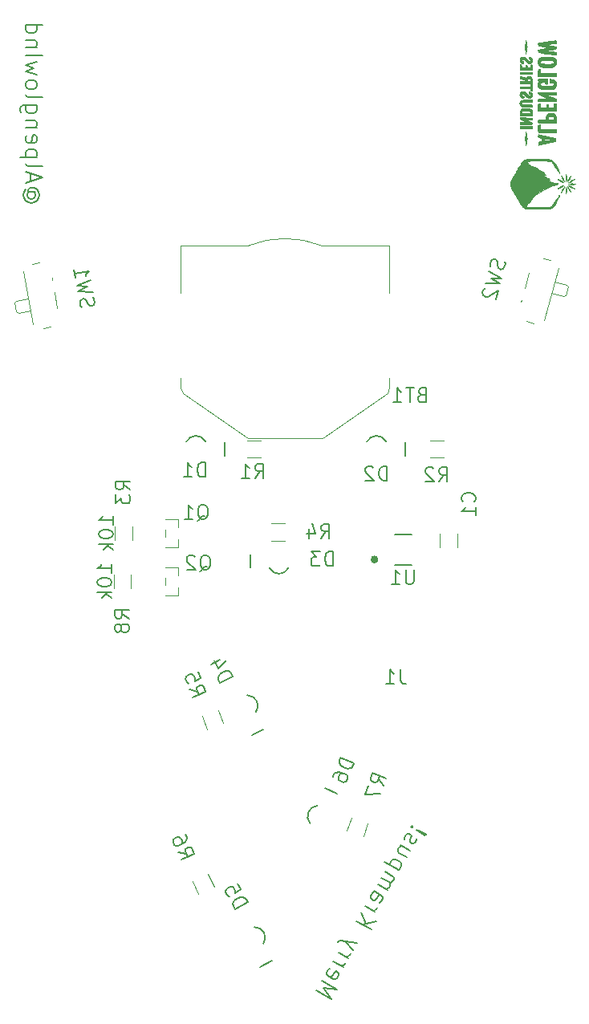
<source format=gbr>
%TF.GenerationSoftware,KiCad,Pcbnew,(5.1.8)-1*%
%TF.CreationDate,2021-11-12T17:25:14-08:00*%
%TF.ProjectId,Krampus,4b72616d-7075-4732-9e6b-696361645f70,rev?*%
%TF.SameCoordinates,Original*%
%TF.FileFunction,Legend,Bot*%
%TF.FilePolarity,Positive*%
%FSLAX46Y46*%
G04 Gerber Fmt 4.6, Leading zero omitted, Abs format (unit mm)*
G04 Created by KiCad (PCBNEW (5.1.8)-1) date 2021-11-12 17:25:14*
%MOMM*%
%LPD*%
G01*
G04 APERTURE LIST*
%ADD10C,0.150000*%
%ADD11C,0.010000*%
%ADD12C,0.120000*%
%ADD13C,0.177800*%
%ADD14C,0.381000*%
G04 APERTURE END LIST*
D10*
X74445093Y-144013004D02*
X75984886Y-144902004D01*
X75181367Y-143753740D01*
X76577553Y-143875475D01*
X75037760Y-142986475D01*
X75873083Y-141708986D02*
X75715093Y-141813299D01*
X75545760Y-142106593D01*
X75534417Y-142295574D01*
X75638730Y-142453564D01*
X76225318Y-142792230D01*
X76414298Y-142803574D01*
X76572289Y-142699260D01*
X76741622Y-142405966D01*
X76752965Y-142216986D01*
X76648651Y-142058996D01*
X76502004Y-141974329D01*
X75932024Y-142622897D01*
X76223093Y-140933418D02*
X77249622Y-141526084D01*
X76956328Y-141356751D02*
X77145308Y-141368094D01*
X77260965Y-141337104D01*
X77418955Y-141232790D01*
X77503622Y-141086143D01*
X76773426Y-139980212D02*
X77799955Y-140572879D01*
X77506661Y-140403546D02*
X77695642Y-140414889D01*
X77811298Y-140383899D01*
X77969289Y-140279585D01*
X78053955Y-140132938D01*
X78265622Y-139766321D02*
X77450760Y-138807037D01*
X78688955Y-139033086D02*
X77450760Y-138807037D01*
X76999476Y-138742017D01*
X76883819Y-138773007D01*
X76725829Y-138877321D01*
X78678426Y-136680656D02*
X80218220Y-137569656D01*
X79186426Y-135800774D02*
X79685308Y-136968685D01*
X80726220Y-136689774D02*
X79338338Y-137061656D01*
X79567426Y-135140862D02*
X80593955Y-135733529D01*
X80300661Y-135564196D02*
X80489642Y-135575539D01*
X80605298Y-135544549D01*
X80763289Y-135440235D01*
X80847955Y-135293588D01*
X80498760Y-133527746D02*
X81305318Y-133993412D01*
X81409632Y-134151403D01*
X81398289Y-134340383D01*
X81228955Y-134633677D01*
X81070965Y-134737990D01*
X80572083Y-133570079D02*
X80414093Y-133674393D01*
X80202426Y-134041010D01*
X80191083Y-134229990D01*
X80295397Y-134387981D01*
X80442044Y-134472647D01*
X80631024Y-134483990D01*
X80789014Y-134379677D01*
X81000681Y-134013059D01*
X81158671Y-133908746D01*
X80922093Y-132794511D02*
X81948622Y-133387178D01*
X81801975Y-133302511D02*
X81917632Y-133271521D01*
X82075622Y-133167207D01*
X82202622Y-132947237D01*
X82213965Y-132758256D01*
X82109651Y-132600266D01*
X81303093Y-132134600D01*
X82109651Y-132600266D02*
X82298632Y-132611609D01*
X82456622Y-132507296D01*
X82583622Y-132287325D01*
X82594965Y-132098345D01*
X82490651Y-131940355D01*
X81684093Y-131474688D01*
X83133955Y-131334120D02*
X81594162Y-130445120D01*
X83060632Y-131291787D02*
X83218622Y-131187473D01*
X83387955Y-130894179D01*
X83399298Y-130705199D01*
X83368308Y-130589542D01*
X83263995Y-130431552D01*
X82824054Y-130177552D01*
X82635073Y-130166209D01*
X82519417Y-130197199D01*
X82361426Y-130301512D01*
X82192093Y-130594806D01*
X82180750Y-130783787D01*
X84319289Y-129281062D02*
X83292760Y-128688396D01*
X83938289Y-129940974D02*
X83131730Y-129475307D01*
X83027417Y-129317317D01*
X83038760Y-129128337D01*
X83165760Y-128908366D01*
X83323750Y-128804053D01*
X83439407Y-128773062D01*
X83747083Y-128070818D02*
X83758426Y-127881837D01*
X83927760Y-127588544D01*
X84085750Y-127484230D01*
X84274730Y-127495573D01*
X84348054Y-127537906D01*
X84452367Y-127695897D01*
X84441024Y-127884877D01*
X84314024Y-128104847D01*
X84302681Y-128293828D01*
X84406995Y-128451818D01*
X84480318Y-128494151D01*
X84669298Y-128505494D01*
X84827289Y-128401181D01*
X84954289Y-128181210D01*
X84965632Y-127992230D01*
X84582407Y-126793328D02*
X84551417Y-126677672D01*
X84435760Y-126708662D01*
X84466750Y-126824319D01*
X84582407Y-126793328D01*
X84435760Y-126708662D01*
X85022348Y-127047328D02*
X85859896Y-127628652D01*
X85975553Y-127597662D01*
X85944563Y-127482005D01*
X85022348Y-127047328D01*
X85975553Y-127597662D01*
X44619333Y-59719500D02*
X44704000Y-59804166D01*
X44788666Y-59973500D01*
X44788666Y-60142833D01*
X44704000Y-60312166D01*
X44619333Y-60396833D01*
X44450000Y-60481500D01*
X44280666Y-60481500D01*
X44111333Y-60396833D01*
X44026666Y-60312166D01*
X43942000Y-60142833D01*
X43942000Y-59973500D01*
X44026666Y-59804166D01*
X44111333Y-59719500D01*
X44788666Y-59719500D02*
X44111333Y-59719500D01*
X44026666Y-59634833D01*
X44026666Y-59550166D01*
X44111333Y-59380833D01*
X44280666Y-59296166D01*
X44704000Y-59296166D01*
X44958000Y-59465500D01*
X45127333Y-59719500D01*
X45212000Y-60058166D01*
X45127333Y-60396833D01*
X44958000Y-60650833D01*
X44704000Y-60820166D01*
X44365333Y-60904833D01*
X44026666Y-60820166D01*
X43772666Y-60650833D01*
X43603333Y-60396833D01*
X43518666Y-60058166D01*
X43603333Y-59719500D01*
X43772666Y-59465500D01*
X44280666Y-58618833D02*
X44280666Y-57772166D01*
X43772666Y-58788166D02*
X45550666Y-58195500D01*
X43772666Y-57602833D01*
X43772666Y-56756166D02*
X43857333Y-56925500D01*
X44026666Y-57010166D01*
X45550666Y-57010166D01*
X44958000Y-56078833D02*
X43180000Y-56078833D01*
X44873333Y-56078833D02*
X44958000Y-55909500D01*
X44958000Y-55570833D01*
X44873333Y-55401500D01*
X44788666Y-55316833D01*
X44619333Y-55232166D01*
X44111333Y-55232166D01*
X43942000Y-55316833D01*
X43857333Y-55401500D01*
X43772666Y-55570833D01*
X43772666Y-55909500D01*
X43857333Y-56078833D01*
X43857333Y-53792833D02*
X43772666Y-53962166D01*
X43772666Y-54300833D01*
X43857333Y-54470166D01*
X44026666Y-54554833D01*
X44704000Y-54554833D01*
X44873333Y-54470166D01*
X44958000Y-54300833D01*
X44958000Y-53962166D01*
X44873333Y-53792833D01*
X44704000Y-53708166D01*
X44534666Y-53708166D01*
X44365333Y-54554833D01*
X44958000Y-52946166D02*
X43772666Y-52946166D01*
X44788666Y-52946166D02*
X44873333Y-52861500D01*
X44958000Y-52692166D01*
X44958000Y-52438166D01*
X44873333Y-52268833D01*
X44704000Y-52184166D01*
X43772666Y-52184166D01*
X44958000Y-50575500D02*
X43518666Y-50575500D01*
X43349333Y-50660166D01*
X43264666Y-50744833D01*
X43180000Y-50914166D01*
X43180000Y-51168166D01*
X43264666Y-51337500D01*
X43857333Y-50575500D02*
X43772666Y-50744833D01*
X43772666Y-51083500D01*
X43857333Y-51252833D01*
X43942000Y-51337500D01*
X44111333Y-51422166D01*
X44619333Y-51422166D01*
X44788666Y-51337500D01*
X44873333Y-51252833D01*
X44958000Y-51083500D01*
X44958000Y-50744833D01*
X44873333Y-50575500D01*
X43772666Y-49474833D02*
X43857333Y-49644166D01*
X44026666Y-49728833D01*
X45550666Y-49728833D01*
X43772666Y-48543500D02*
X43857333Y-48712833D01*
X43942000Y-48797500D01*
X44111333Y-48882166D01*
X44619333Y-48882166D01*
X44788666Y-48797500D01*
X44873333Y-48712833D01*
X44958000Y-48543500D01*
X44958000Y-48289500D01*
X44873333Y-48120166D01*
X44788666Y-48035500D01*
X44619333Y-47950833D01*
X44111333Y-47950833D01*
X43942000Y-48035500D01*
X43857333Y-48120166D01*
X43772666Y-48289500D01*
X43772666Y-48543500D01*
X44958000Y-47358166D02*
X43772666Y-47019500D01*
X44619333Y-46680833D01*
X43772666Y-46342166D01*
X44958000Y-46003500D01*
X43772666Y-45326166D02*
X45550666Y-45326166D01*
X44958000Y-44479500D02*
X43772666Y-44479500D01*
X44788666Y-44479500D02*
X44873333Y-44394833D01*
X44958000Y-44225500D01*
X44958000Y-43971500D01*
X44873333Y-43802166D01*
X44704000Y-43717500D01*
X43772666Y-43717500D01*
X43772666Y-42108833D02*
X45550666Y-42108833D01*
X43857333Y-42108833D02*
X43772666Y-42278166D01*
X43772666Y-42616833D01*
X43857333Y-42786166D01*
X43942000Y-42870833D01*
X44111333Y-42955500D01*
X44619333Y-42955500D01*
X44788666Y-42870833D01*
X44873333Y-42786166D01*
X44958000Y-42616833D01*
X44958000Y-42278166D01*
X44873333Y-42108833D01*
D11*
%TO.C,G6*%
G36*
X101730763Y-58899495D02*
G01*
X101711125Y-58897087D01*
X101640895Y-58889225D01*
X101541180Y-58875076D01*
X101504750Y-58869351D01*
X101382924Y-58862299D01*
X101242873Y-58871981D01*
X101187250Y-58880980D01*
X101012625Y-58915725D01*
X101136108Y-58940005D01*
X101284966Y-58958319D01*
X101447452Y-58961313D01*
X101595889Y-58949414D01*
X101679375Y-58931602D01*
X101734834Y-58910543D01*
X101730763Y-58899495D01*
G37*
X101730763Y-58899495D02*
X101711125Y-58897087D01*
X101640895Y-58889225D01*
X101541180Y-58875076D01*
X101504750Y-58869351D01*
X101382924Y-58862299D01*
X101242873Y-58871981D01*
X101187250Y-58880980D01*
X101012625Y-58915725D01*
X101136108Y-58940005D01*
X101284966Y-58958319D01*
X101447452Y-58961313D01*
X101595889Y-58949414D01*
X101679375Y-58931602D01*
X101734834Y-58910543D01*
X101730763Y-58899495D01*
G36*
X101473667Y-58455842D02*
G01*
X101342578Y-58515090D01*
X101206300Y-58592456D01*
X101148229Y-58631713D01*
X101054615Y-58702548D01*
X101008003Y-58744677D01*
X101002611Y-58764693D01*
X101027595Y-58769250D01*
X101095495Y-58752341D01*
X101196454Y-58708214D01*
X101312007Y-58646769D01*
X101423693Y-58577906D01*
X101513047Y-58511525D01*
X101520625Y-58504885D01*
X101647625Y-58391166D01*
X101473667Y-58455842D01*
G37*
X101473667Y-58455842D02*
X101342578Y-58515090D01*
X101206300Y-58592456D01*
X101148229Y-58631713D01*
X101054615Y-58702548D01*
X101008003Y-58744677D01*
X101002611Y-58764693D01*
X101027595Y-58769250D01*
X101095495Y-58752341D01*
X101196454Y-58708214D01*
X101312007Y-58646769D01*
X101423693Y-58577906D01*
X101513047Y-58511525D01*
X101520625Y-58504885D01*
X101647625Y-58391166D01*
X101473667Y-58455842D01*
G36*
X101504750Y-59308800D02*
G01*
X101425203Y-59248589D01*
X101323749Y-59186229D01*
X101215783Y-59129299D01*
X101116698Y-59085377D01*
X101041888Y-59062044D01*
X101008463Y-59064455D01*
X101023935Y-59088932D01*
X101076397Y-59138206D01*
X101115825Y-59170783D01*
X101198563Y-59235602D01*
X101259984Y-59277939D01*
X101322930Y-59310517D01*
X101410248Y-59346057D01*
X101474638Y-59370603D01*
X101647625Y-59436245D01*
X101504750Y-59308800D01*
G37*
X101504750Y-59308800D02*
X101425203Y-59248589D01*
X101323749Y-59186229D01*
X101215783Y-59129299D01*
X101116698Y-59085377D01*
X101041888Y-59062044D01*
X101008463Y-59064455D01*
X101023935Y-59088932D01*
X101076397Y-59138206D01*
X101115825Y-59170783D01*
X101198563Y-59235602D01*
X101259984Y-59277939D01*
X101322930Y-59310517D01*
X101410248Y-59346057D01*
X101474638Y-59370603D01*
X101647625Y-59436245D01*
X101504750Y-59308800D01*
G36*
X101243378Y-58064508D02*
G01*
X101221794Y-58067175D01*
X101178066Y-58113175D01*
X101120624Y-58190186D01*
X101057898Y-58285886D01*
X100998317Y-58387952D01*
X100950310Y-58484062D01*
X100940458Y-58507313D01*
X100907779Y-58596895D01*
X100892427Y-58657006D01*
X100895323Y-58673019D01*
X100935936Y-58645089D01*
X100993660Y-58573699D01*
X101060092Y-58473535D01*
X101126831Y-58359287D01*
X101185474Y-58245643D01*
X101227622Y-58147293D01*
X101244871Y-58078923D01*
X101243378Y-58064508D01*
G37*
X101243378Y-58064508D02*
X101221794Y-58067175D01*
X101178066Y-58113175D01*
X101120624Y-58190186D01*
X101057898Y-58285886D01*
X100998317Y-58387952D01*
X100950310Y-58484062D01*
X100940458Y-58507313D01*
X100907779Y-58596895D01*
X100892427Y-58657006D01*
X100895323Y-58673019D01*
X100935936Y-58645089D01*
X100993660Y-58573699D01*
X101060092Y-58473535D01*
X101126831Y-58359287D01*
X101185474Y-58245643D01*
X101227622Y-58147293D01*
X101244871Y-58078923D01*
X101243378Y-58064508D01*
G36*
X101237143Y-59704752D02*
G01*
X101202614Y-59615243D01*
X101148643Y-59506635D01*
X101083743Y-59395370D01*
X101016427Y-59297892D01*
X100986249Y-59261375D01*
X100918149Y-59186945D01*
X100884314Y-59158237D01*
X100881989Y-59178835D01*
X100908417Y-59252323D01*
X100937516Y-59324739D01*
X100980450Y-59414459D01*
X101038005Y-59513953D01*
X101101480Y-59610893D01*
X101162175Y-59692948D01*
X101211391Y-59747789D01*
X101240428Y-59763085D01*
X101243720Y-59758718D01*
X101237143Y-59704752D01*
G37*
X101237143Y-59704752D02*
X101202614Y-59615243D01*
X101148643Y-59506635D01*
X101083743Y-59395370D01*
X101016427Y-59297892D01*
X100986249Y-59261375D01*
X100918149Y-59186945D01*
X100884314Y-59158237D01*
X100881989Y-59178835D01*
X100908417Y-59252323D01*
X100937516Y-59324739D01*
X100980450Y-59414459D01*
X101038005Y-59513953D01*
X101101480Y-59610893D01*
X101162175Y-59692948D01*
X101211391Y-59747789D01*
X101240428Y-59763085D01*
X101243720Y-59758718D01*
X101237143Y-59704752D01*
G36*
X100792958Y-58140074D02*
G01*
X100784253Y-58037122D01*
X100772358Y-57958652D01*
X100758371Y-57917441D01*
X100743390Y-57926268D01*
X100742582Y-57928396D01*
X100716918Y-58038904D01*
X100701964Y-58184025D01*
X100699234Y-58335544D01*
X100710246Y-58465243D01*
X100712949Y-58479948D01*
X100735849Y-58581975D01*
X100753160Y-58622200D01*
X100767819Y-58600162D01*
X100782761Y-58515400D01*
X100788951Y-58468032D01*
X100796405Y-58368307D01*
X100797375Y-58254728D01*
X100792958Y-58140074D01*
G37*
X100792958Y-58140074D02*
X100784253Y-58037122D01*
X100772358Y-57958652D01*
X100758371Y-57917441D01*
X100743390Y-57926268D01*
X100742582Y-57928396D01*
X100716918Y-58038904D01*
X100701964Y-58184025D01*
X100699234Y-58335544D01*
X100710246Y-58465243D01*
X100712949Y-58479948D01*
X100735849Y-58581975D01*
X100753160Y-58622200D01*
X100767819Y-58600162D01*
X100782761Y-58515400D01*
X100788951Y-58468032D01*
X100796405Y-58368307D01*
X100797375Y-58254728D01*
X100792958Y-58140074D01*
G36*
X100791106Y-59389890D02*
G01*
X100780748Y-59293342D01*
X100766770Y-59228565D01*
X100750323Y-59208563D01*
X100742611Y-59217281D01*
X100721362Y-59290583D01*
X100706611Y-59405282D01*
X100699496Y-59539502D01*
X100701156Y-59671368D01*
X100712727Y-59779004D01*
X100713253Y-59781698D01*
X100732622Y-59868514D01*
X100749138Y-59924747D01*
X100753866Y-59933949D01*
X100763444Y-59911996D01*
X100776084Y-59842008D01*
X100788938Y-59740109D01*
X100796354Y-59626278D01*
X100796692Y-59505203D01*
X100791106Y-59389890D01*
G37*
X100791106Y-59389890D02*
X100780748Y-59293342D01*
X100766770Y-59228565D01*
X100750323Y-59208563D01*
X100742611Y-59217281D01*
X100721362Y-59290583D01*
X100706611Y-59405282D01*
X100699496Y-59539502D01*
X100701156Y-59671368D01*
X100712727Y-59779004D01*
X100713253Y-59781698D01*
X100732622Y-59868514D01*
X100749138Y-59924747D01*
X100753866Y-59933949D01*
X100763444Y-59911996D01*
X100776084Y-59842008D01*
X100788938Y-59740109D01*
X100796354Y-59626278D01*
X100796692Y-59505203D01*
X100791106Y-59389890D01*
G36*
X100597178Y-58610500D02*
G01*
X100509272Y-58389089D01*
X100381913Y-58189257D01*
X100349218Y-58150125D01*
X100282370Y-58079178D01*
X100248011Y-58056116D01*
X100245841Y-58082825D01*
X100275565Y-58161189D01*
X100329188Y-58277125D01*
X100383109Y-58378608D01*
X100443152Y-58475308D01*
X100502189Y-58558360D01*
X100553096Y-58618901D01*
X100588746Y-58648064D01*
X100602012Y-58636984D01*
X100597178Y-58610500D01*
G37*
X100597178Y-58610500D02*
X100509272Y-58389089D01*
X100381913Y-58189257D01*
X100349218Y-58150125D01*
X100282370Y-58079178D01*
X100248011Y-58056116D01*
X100245841Y-58082825D01*
X100275565Y-58161189D01*
X100329188Y-58277125D01*
X100383109Y-58378608D01*
X100443152Y-58475308D01*
X100502189Y-58558360D01*
X100553096Y-58618901D01*
X100588746Y-58648064D01*
X100602012Y-58636984D01*
X100597178Y-58610500D01*
G36*
X100599034Y-59161305D02*
G01*
X100560352Y-59201584D01*
X100535759Y-59229625D01*
X100446334Y-59338360D01*
X100383628Y-59435221D01*
X100330498Y-59549099D01*
X100300258Y-59626500D01*
X100234432Y-59801125D01*
X100349342Y-59674125D01*
X100485768Y-59482085D01*
X100584168Y-59256219D01*
X100596853Y-59213750D01*
X100608324Y-59166108D01*
X100599034Y-59161305D01*
G37*
X100599034Y-59161305D02*
X100560352Y-59201584D01*
X100535759Y-59229625D01*
X100446334Y-59338360D01*
X100383628Y-59435221D01*
X100330498Y-59549099D01*
X100300258Y-59626500D01*
X100234432Y-59801125D01*
X100349342Y-59674125D01*
X100485768Y-59482085D01*
X100584168Y-59256219D01*
X100596853Y-59213750D01*
X100608324Y-59166108D01*
X100599034Y-59161305D01*
G36*
X100458457Y-58716044D02*
G01*
X100388972Y-58662389D01*
X100301136Y-58602124D01*
X100207053Y-58543817D01*
X100118827Y-58496036D01*
X100087896Y-58481795D01*
X99977937Y-58439443D01*
X99922217Y-58429376D01*
X99921193Y-58450998D01*
X99975327Y-58503713D01*
X100035023Y-58550431D01*
X100147706Y-58624949D01*
X100272003Y-58692222D01*
X100388542Y-58743012D01*
X100477952Y-58768083D01*
X100493959Y-58769250D01*
X100497487Y-58754521D01*
X100458457Y-58716044D01*
G37*
X100458457Y-58716044D02*
X100388972Y-58662389D01*
X100301136Y-58602124D01*
X100207053Y-58543817D01*
X100118827Y-58496036D01*
X100087896Y-58481795D01*
X99977937Y-58439443D01*
X99922217Y-58429376D01*
X99921193Y-58450998D01*
X99975327Y-58503713D01*
X100035023Y-58550431D01*
X100147706Y-58624949D01*
X100272003Y-58692222D01*
X100388542Y-58743012D01*
X100477952Y-58768083D01*
X100493959Y-58769250D01*
X100497487Y-58754521D01*
X100458457Y-58716044D01*
G36*
X100493540Y-59055000D02*
G01*
X100423082Y-59070546D01*
X100323215Y-59111598D01*
X100208310Y-59169786D01*
X100092740Y-59236734D01*
X99990875Y-59304070D01*
X99917087Y-59363419D01*
X99885748Y-59406410D01*
X99885500Y-59409268D01*
X99911884Y-59411057D01*
X99980186Y-59391769D01*
X100052188Y-59364844D01*
X100135099Y-59325010D01*
X100230429Y-59270064D01*
X100326481Y-59208218D01*
X100411559Y-59147682D01*
X100473968Y-59096668D01*
X100502012Y-59063386D01*
X100493540Y-59055000D01*
G37*
X100493540Y-59055000D02*
X100423082Y-59070546D01*
X100323215Y-59111598D01*
X100208310Y-59169786D01*
X100092740Y-59236734D01*
X99990875Y-59304070D01*
X99917087Y-59363419D01*
X99885748Y-59406410D01*
X99885500Y-59409268D01*
X99911884Y-59411057D01*
X99980186Y-59391769D01*
X100052188Y-59364844D01*
X100135099Y-59325010D01*
X100230429Y-59270064D01*
X100326481Y-59208218D01*
X100411559Y-59147682D01*
X100473968Y-59096668D01*
X100502012Y-59063386D01*
X100493540Y-59055000D01*
G36*
X99695000Y-45152826D02*
G01*
X99695000Y-45002394D01*
X99226688Y-44945054D01*
X98989335Y-44915851D01*
X98813755Y-44892696D01*
X98698730Y-44873590D01*
X98643047Y-44856535D01*
X98645487Y-44839533D01*
X98704836Y-44820584D01*
X98819878Y-44797691D01*
X98989396Y-44768854D01*
X99107625Y-44749372D01*
X99679125Y-44655210D01*
X99688819Y-44539427D01*
X99693044Y-44495064D01*
X99691949Y-44461406D01*
X99677615Y-44435450D01*
X99642122Y-44414193D01*
X99577554Y-44394635D01*
X99475989Y-44373771D01*
X99329511Y-44348599D01*
X99130200Y-44316117D01*
X99077011Y-44307453D01*
X98905750Y-44279007D01*
X98757952Y-44253517D01*
X98644335Y-44232907D01*
X98575619Y-44219102D01*
X98560065Y-44214648D01*
X98584645Y-44206602D01*
X98658945Y-44193407D01*
X98769610Y-44177288D01*
X98836742Y-44168534D01*
X99014267Y-44146227D01*
X99213823Y-44121152D01*
X99394785Y-44098414D01*
X99409250Y-44096597D01*
X99695000Y-44060693D01*
X99695000Y-43921972D01*
X99689814Y-43832791D01*
X99670260Y-43791633D01*
X99639311Y-43783250D01*
X99594182Y-43787728D01*
X99494959Y-43800359D01*
X99350355Y-43819941D01*
X99169082Y-43845273D01*
X98959854Y-43875152D01*
X98731384Y-43908378D01*
X98718624Y-43910250D01*
X98491350Y-43943495D01*
X98284675Y-43973490D01*
X98106912Y-43999048D01*
X97966374Y-44018981D01*
X97871375Y-44032101D01*
X97830228Y-44037222D01*
X97829522Y-44037250D01*
X97817345Y-44065456D01*
X97814405Y-44136765D01*
X97816634Y-44178273D01*
X97828664Y-44268061D01*
X97853718Y-44313696D01*
X97903475Y-44334510D01*
X97912113Y-44336350D01*
X97987667Y-44350557D01*
X98103996Y-44371157D01*
X98248185Y-44395996D01*
X98407316Y-44422921D01*
X98568473Y-44449780D01*
X98718740Y-44474420D01*
X98845201Y-44494689D01*
X98934939Y-44508433D01*
X98975037Y-44513500D01*
X98975049Y-44513500D01*
X99006769Y-44517275D01*
X98982080Y-44528800D01*
X98899598Y-44548380D01*
X98757939Y-44576319D01*
X98555719Y-44612920D01*
X98393018Y-44641177D01*
X98209010Y-44672992D01*
X98048536Y-44701195D01*
X97921287Y-44724045D01*
X97836954Y-44739801D01*
X97805229Y-44746723D01*
X97805191Y-44746778D01*
X97808093Y-44778096D01*
X97816220Y-44851676D01*
X97821066Y-44893738D01*
X97837625Y-45035850D01*
X98663125Y-45153151D01*
X98890387Y-45185509D01*
X99101722Y-45215722D01*
X99287493Y-45242403D01*
X99438061Y-45264164D01*
X99543787Y-45279618D01*
X99591813Y-45286855D01*
X99695001Y-45303258D01*
X99695000Y-45152826D01*
G37*
X99695000Y-45152826D02*
X99695000Y-45002394D01*
X99226688Y-44945054D01*
X98989335Y-44915851D01*
X98813755Y-44892696D01*
X98698730Y-44873590D01*
X98643047Y-44856535D01*
X98645487Y-44839533D01*
X98704836Y-44820584D01*
X98819878Y-44797691D01*
X98989396Y-44768854D01*
X99107625Y-44749372D01*
X99679125Y-44655210D01*
X99688819Y-44539427D01*
X99693044Y-44495064D01*
X99691949Y-44461406D01*
X99677615Y-44435450D01*
X99642122Y-44414193D01*
X99577554Y-44394635D01*
X99475989Y-44373771D01*
X99329511Y-44348599D01*
X99130200Y-44316117D01*
X99077011Y-44307453D01*
X98905750Y-44279007D01*
X98757952Y-44253517D01*
X98644335Y-44232907D01*
X98575619Y-44219102D01*
X98560065Y-44214648D01*
X98584645Y-44206602D01*
X98658945Y-44193407D01*
X98769610Y-44177288D01*
X98836742Y-44168534D01*
X99014267Y-44146227D01*
X99213823Y-44121152D01*
X99394785Y-44098414D01*
X99409250Y-44096597D01*
X99695000Y-44060693D01*
X99695000Y-43921972D01*
X99689814Y-43832791D01*
X99670260Y-43791633D01*
X99639311Y-43783250D01*
X99594182Y-43787728D01*
X99494959Y-43800359D01*
X99350355Y-43819941D01*
X99169082Y-43845273D01*
X98959854Y-43875152D01*
X98731384Y-43908378D01*
X98718624Y-43910250D01*
X98491350Y-43943495D01*
X98284675Y-43973490D01*
X98106912Y-43999048D01*
X97966374Y-44018981D01*
X97871375Y-44032101D01*
X97830228Y-44037222D01*
X97829522Y-44037250D01*
X97817345Y-44065456D01*
X97814405Y-44136765D01*
X97816634Y-44178273D01*
X97828664Y-44268061D01*
X97853718Y-44313696D01*
X97903475Y-44334510D01*
X97912113Y-44336350D01*
X97987667Y-44350557D01*
X98103996Y-44371157D01*
X98248185Y-44395996D01*
X98407316Y-44422921D01*
X98568473Y-44449780D01*
X98718740Y-44474420D01*
X98845201Y-44494689D01*
X98934939Y-44508433D01*
X98975037Y-44513500D01*
X98975049Y-44513500D01*
X99006769Y-44517275D01*
X98982080Y-44528800D01*
X98899598Y-44548380D01*
X98757939Y-44576319D01*
X98555719Y-44612920D01*
X98393018Y-44641177D01*
X98209010Y-44672992D01*
X98048536Y-44701195D01*
X97921287Y-44724045D01*
X97836954Y-44739801D01*
X97805229Y-44746723D01*
X97805191Y-44746778D01*
X97808093Y-44778096D01*
X97816220Y-44851676D01*
X97821066Y-44893738D01*
X97837625Y-45035850D01*
X98663125Y-45153151D01*
X98890387Y-45185509D01*
X99101722Y-45215722D01*
X99287493Y-45242403D01*
X99438061Y-45264164D01*
X99543787Y-45279618D01*
X99591813Y-45286855D01*
X99695001Y-45303258D01*
X99695000Y-45152826D01*
G36*
X99716958Y-45983541D02*
G01*
X99682604Y-45817281D01*
X99613233Y-45694779D01*
X99499650Y-45601784D01*
X99454827Y-45577125D01*
X99404151Y-45554368D01*
X99347965Y-45537740D01*
X99275744Y-45526305D01*
X99176964Y-45519124D01*
X99041101Y-45515258D01*
X98857629Y-45513771D01*
X98742500Y-45513625D01*
X98506150Y-45515197D01*
X98323690Y-45521627D01*
X98185554Y-45535482D01*
X98082173Y-45559334D01*
X98003980Y-45595752D01*
X97941408Y-45647305D01*
X97884889Y-45716564D01*
X97861546Y-45750225D01*
X97810875Y-45870758D01*
X97788893Y-46023611D01*
X97796251Y-46184127D01*
X97833599Y-46327653D01*
X97845612Y-46353920D01*
X97912005Y-46444813D01*
X98000979Y-46521614D01*
X98012250Y-46528545D01*
X98055152Y-46550747D01*
X98103122Y-46567216D01*
X98165909Y-46578798D01*
X98253265Y-46586336D01*
X98374940Y-46590674D01*
X98540683Y-46592656D01*
X98758375Y-46593125D01*
X98812087Y-46593042D01*
X98812087Y-46255149D01*
X98701001Y-46253738D01*
X98496801Y-46249674D01*
X98346763Y-46244911D01*
X98241549Y-46238357D01*
X98171824Y-46228921D01*
X98128248Y-46215514D01*
X98101487Y-46197043D01*
X98089005Y-46182245D01*
X98047210Y-46080243D01*
X98066017Y-45980396D01*
X98096546Y-45936813D01*
X98120091Y-45916588D01*
X98154866Y-45901649D01*
X98209882Y-45891212D01*
X98294149Y-45884490D01*
X98416678Y-45880699D01*
X98586478Y-45879052D01*
X98762564Y-45878750D01*
X99376037Y-45878750D01*
X99427894Y-45957894D01*
X99463667Y-46058129D01*
X99445665Y-46151119D01*
X99378630Y-46219428D01*
X99353609Y-46231048D01*
X99289712Y-46242346D01*
X99171849Y-46250348D01*
X99009486Y-46254725D01*
X98812087Y-46255149D01*
X98812087Y-46593042D01*
X98975585Y-46592787D01*
X99139100Y-46591140D01*
X99258729Y-46587237D01*
X99344275Y-46580128D01*
X99405545Y-46568866D01*
X99452346Y-46552504D01*
X99494481Y-46530092D01*
X99510295Y-46520423D01*
X99626046Y-46412353D01*
X99697327Y-46262757D01*
X99721852Y-46077571D01*
X99716958Y-45983541D01*
G37*
X99716958Y-45983541D02*
X99682604Y-45817281D01*
X99613233Y-45694779D01*
X99499650Y-45601784D01*
X99454827Y-45577125D01*
X99404151Y-45554368D01*
X99347965Y-45537740D01*
X99275744Y-45526305D01*
X99176964Y-45519124D01*
X99041101Y-45515258D01*
X98857629Y-45513771D01*
X98742500Y-45513625D01*
X98506150Y-45515197D01*
X98323690Y-45521627D01*
X98185554Y-45535482D01*
X98082173Y-45559334D01*
X98003980Y-45595752D01*
X97941408Y-45647305D01*
X97884889Y-45716564D01*
X97861546Y-45750225D01*
X97810875Y-45870758D01*
X97788893Y-46023611D01*
X97796251Y-46184127D01*
X97833599Y-46327653D01*
X97845612Y-46353920D01*
X97912005Y-46444813D01*
X98000979Y-46521614D01*
X98012250Y-46528545D01*
X98055152Y-46550747D01*
X98103122Y-46567216D01*
X98165909Y-46578798D01*
X98253265Y-46586336D01*
X98374940Y-46590674D01*
X98540683Y-46592656D01*
X98758375Y-46593125D01*
X98812087Y-46593042D01*
X98812087Y-46255149D01*
X98701001Y-46253738D01*
X98496801Y-46249674D01*
X98346763Y-46244911D01*
X98241549Y-46238357D01*
X98171824Y-46228921D01*
X98128248Y-46215514D01*
X98101487Y-46197043D01*
X98089005Y-46182245D01*
X98047210Y-46080243D01*
X98066017Y-45980396D01*
X98096546Y-45936813D01*
X98120091Y-45916588D01*
X98154866Y-45901649D01*
X98209882Y-45891212D01*
X98294149Y-45884490D01*
X98416678Y-45880699D01*
X98586478Y-45879052D01*
X98762564Y-45878750D01*
X99376037Y-45878750D01*
X99427894Y-45957894D01*
X99463667Y-46058129D01*
X99445665Y-46151119D01*
X99378630Y-46219428D01*
X99353609Y-46231048D01*
X99289712Y-46242346D01*
X99171849Y-46250348D01*
X99009486Y-46254725D01*
X98812087Y-46255149D01*
X98812087Y-46593042D01*
X98975585Y-46592787D01*
X99139100Y-46591140D01*
X99258729Y-46587237D01*
X99344275Y-46580128D01*
X99405545Y-46568866D01*
X99452346Y-46552504D01*
X99494481Y-46530092D01*
X99510295Y-46520423D01*
X99626046Y-46412353D01*
X99697327Y-46262757D01*
X99721852Y-46077571D01*
X99716958Y-45983541D01*
G36*
X98044000Y-47212250D02*
G01*
X98044000Y-46767750D01*
X97825380Y-46767750D01*
X97815628Y-47164683D01*
X97805875Y-47561616D01*
X98750438Y-47561558D01*
X99695000Y-47561500D01*
X99695000Y-47212250D01*
X98044000Y-47212250D01*
G37*
X98044000Y-47212250D02*
X98044000Y-46767750D01*
X97825380Y-46767750D01*
X97815628Y-47164683D01*
X97805875Y-47561616D01*
X98750438Y-47561558D01*
X99695000Y-47561500D01*
X99695000Y-47212250D01*
X98044000Y-47212250D01*
G36*
X99697000Y-48190209D02*
G01*
X99650600Y-48055812D01*
X99564513Y-47961677D01*
X99431580Y-47900006D01*
X99244639Y-47863004D01*
X99242530Y-47862739D01*
X99060000Y-47839934D01*
X99060000Y-48196500D01*
X99202875Y-48196500D01*
X99331902Y-48216494D01*
X99422356Y-48270231D01*
X99467299Y-48348349D01*
X99459794Y-48441483D01*
X99427730Y-48499995D01*
X99405930Y-48522927D01*
X99372609Y-48539776D01*
X99318070Y-48551761D01*
X99232618Y-48560100D01*
X99106558Y-48566015D01*
X98930194Y-48570723D01*
X98852311Y-48572361D01*
X98614309Y-48575953D01*
X98431728Y-48575147D01*
X98296579Y-48568867D01*
X98200870Y-48556035D01*
X98136610Y-48535576D01*
X98095807Y-48506412D01*
X98070472Y-48467468D01*
X98070260Y-48467004D01*
X98045473Y-48356793D01*
X98077713Y-48268186D01*
X98163113Y-48204786D01*
X98297803Y-48170195D01*
X98394744Y-48164750D01*
X98488184Y-48166985D01*
X98534575Y-48180074D01*
X98550359Y-48213599D01*
X98552000Y-48256397D01*
X98562293Y-48323637D01*
X98606313Y-48353910D01*
X98647431Y-48362050D01*
X98719594Y-48367329D01*
X98758556Y-48360361D01*
X98765961Y-48323344D01*
X98771484Y-48239321D01*
X98774146Y-48124784D01*
X98774250Y-48095959D01*
X98774250Y-47847250D01*
X98303292Y-47847250D01*
X98136960Y-47848254D01*
X97994244Y-47851018D01*
X97886676Y-47855170D01*
X97825788Y-47860338D01*
X97816640Y-47862945D01*
X97804587Y-47912539D01*
X97817928Y-47986645D01*
X97847938Y-48056219D01*
X97885469Y-48092108D01*
X97917581Y-48107005D01*
X97910205Y-48135624D01*
X97865393Y-48187923D01*
X97816440Y-48257410D01*
X97794954Y-48342578D01*
X97792013Y-48431324D01*
X97798437Y-48539774D01*
X97812451Y-48630891D01*
X97821118Y-48660428D01*
X97887347Y-48752856D01*
X97998540Y-48835162D01*
X98136244Y-48894017D01*
X98149877Y-48897862D01*
X98236203Y-48910917D01*
X98376731Y-48919621D01*
X98562287Y-48923653D01*
X98783702Y-48922694D01*
X98836294Y-48921782D01*
X99040166Y-48917199D01*
X99191245Y-48911740D01*
X99300238Y-48904108D01*
X99377851Y-48893005D01*
X99434790Y-48877131D01*
X99481762Y-48855190D01*
X99506492Y-48840523D01*
X99605826Y-48762765D01*
X99668649Y-48668504D01*
X99701489Y-48542797D01*
X99710875Y-48372665D01*
X99697000Y-48190209D01*
G37*
X99697000Y-48190209D02*
X99650600Y-48055812D01*
X99564513Y-47961677D01*
X99431580Y-47900006D01*
X99244639Y-47863004D01*
X99242530Y-47862739D01*
X99060000Y-47839934D01*
X99060000Y-48196500D01*
X99202875Y-48196500D01*
X99331902Y-48216494D01*
X99422356Y-48270231D01*
X99467299Y-48348349D01*
X99459794Y-48441483D01*
X99427730Y-48499995D01*
X99405930Y-48522927D01*
X99372609Y-48539776D01*
X99318070Y-48551761D01*
X99232618Y-48560100D01*
X99106558Y-48566015D01*
X98930194Y-48570723D01*
X98852311Y-48572361D01*
X98614309Y-48575953D01*
X98431728Y-48575147D01*
X98296579Y-48568867D01*
X98200870Y-48556035D01*
X98136610Y-48535576D01*
X98095807Y-48506412D01*
X98070472Y-48467468D01*
X98070260Y-48467004D01*
X98045473Y-48356793D01*
X98077713Y-48268186D01*
X98163113Y-48204786D01*
X98297803Y-48170195D01*
X98394744Y-48164750D01*
X98488184Y-48166985D01*
X98534575Y-48180074D01*
X98550359Y-48213599D01*
X98552000Y-48256397D01*
X98562293Y-48323637D01*
X98606313Y-48353910D01*
X98647431Y-48362050D01*
X98719594Y-48367329D01*
X98758556Y-48360361D01*
X98765961Y-48323344D01*
X98771484Y-48239321D01*
X98774146Y-48124784D01*
X98774250Y-48095959D01*
X98774250Y-47847250D01*
X98303292Y-47847250D01*
X98136960Y-47848254D01*
X97994244Y-47851018D01*
X97886676Y-47855170D01*
X97825788Y-47860338D01*
X97816640Y-47862945D01*
X97804587Y-47912539D01*
X97817928Y-47986645D01*
X97847938Y-48056219D01*
X97885469Y-48092108D01*
X97917581Y-48107005D01*
X97910205Y-48135624D01*
X97865393Y-48187923D01*
X97816440Y-48257410D01*
X97794954Y-48342578D01*
X97792013Y-48431324D01*
X97798437Y-48539774D01*
X97812451Y-48630891D01*
X97821118Y-48660428D01*
X97887347Y-48752856D01*
X97998540Y-48835162D01*
X98136244Y-48894017D01*
X98149877Y-48897862D01*
X98236203Y-48910917D01*
X98376731Y-48919621D01*
X98562287Y-48923653D01*
X98783702Y-48922694D01*
X98836294Y-48921782D01*
X99040166Y-48917199D01*
X99191245Y-48911740D01*
X99300238Y-48904108D01*
X99377851Y-48893005D01*
X99434790Y-48877131D01*
X99481762Y-48855190D01*
X99506492Y-48840523D01*
X99605826Y-48762765D01*
X99668649Y-48668504D01*
X99701489Y-48542797D01*
X99710875Y-48372665D01*
X99697000Y-48190209D01*
G36*
X98663125Y-49499558D02*
G01*
X99179063Y-49498904D01*
X99695000Y-49498250D01*
X99695000Y-49212500D01*
X97803337Y-49212500D01*
X97805571Y-49299813D01*
X97814566Y-49377165D01*
X97829189Y-49421413D01*
X97864463Y-49444479D01*
X97948384Y-49486396D01*
X98070652Y-49542397D01*
X98220967Y-49607719D01*
X98336224Y-49655970D01*
X98543424Y-49742417D01*
X98695202Y-49808401D01*
X98795460Y-49856108D01*
X98848098Y-49887725D01*
X98857019Y-49905436D01*
X98826123Y-49911429D01*
X98790125Y-49910312D01*
X98723354Y-49908306D01*
X98608218Y-49907103D01*
X98459848Y-49906778D01*
X98293377Y-49907408D01*
X98261648Y-49907636D01*
X97828420Y-49911000D01*
X97816152Y-50039650D01*
X97811623Y-50123583D01*
X97815278Y-50176231D01*
X97818108Y-50182525D01*
X97852260Y-50186133D01*
X97941902Y-50189404D01*
X98079025Y-50192218D01*
X98255622Y-50194455D01*
X98463682Y-50195993D01*
X98695197Y-50196712D01*
X98763667Y-50196750D01*
X99695000Y-50196750D01*
X99695000Y-50073590D01*
X99695001Y-49950430D01*
X98663125Y-49499558D01*
G37*
X98663125Y-49499558D02*
X99179063Y-49498904D01*
X99695000Y-49498250D01*
X99695000Y-49212500D01*
X97803337Y-49212500D01*
X97805571Y-49299813D01*
X97814566Y-49377165D01*
X97829189Y-49421413D01*
X97864463Y-49444479D01*
X97948384Y-49486396D01*
X98070652Y-49542397D01*
X98220967Y-49607719D01*
X98336224Y-49655970D01*
X98543424Y-49742417D01*
X98695202Y-49808401D01*
X98795460Y-49856108D01*
X98848098Y-49887725D01*
X98857019Y-49905436D01*
X98826123Y-49911429D01*
X98790125Y-49910312D01*
X98723354Y-49908306D01*
X98608218Y-49907103D01*
X98459848Y-49906778D01*
X98293377Y-49907408D01*
X98261648Y-49907636D01*
X97828420Y-49911000D01*
X97816152Y-50039650D01*
X97811623Y-50123583D01*
X97815278Y-50176231D01*
X97818108Y-50182525D01*
X97852260Y-50186133D01*
X97941902Y-50189404D01*
X98079025Y-50192218D01*
X98255622Y-50194455D01*
X98463682Y-50195993D01*
X98695197Y-50196712D01*
X98763667Y-50196750D01*
X99695000Y-50196750D01*
X99695000Y-50073590D01*
X99695001Y-49950430D01*
X98663125Y-49499558D01*
G36*
X99475652Y-50419000D02*
G01*
X99466264Y-50633313D01*
X99456875Y-50847625D01*
X98917125Y-50847625D01*
X98907529Y-50680938D01*
X98897932Y-50514250D01*
X98679000Y-50514250D01*
X98679000Y-50863500D01*
X98044000Y-50863500D01*
X98044000Y-50419000D01*
X97821750Y-50419000D01*
X97819105Y-50728563D01*
X97817160Y-50870371D01*
X97814132Y-50994622D01*
X97810524Y-51083183D01*
X97808535Y-51109576D01*
X97808463Y-51172359D01*
X97816472Y-51196889D01*
X97851051Y-51200913D01*
X97941102Y-51204561D01*
X98078597Y-51207699D01*
X98255509Y-51210192D01*
X98463811Y-51211907D01*
X98695474Y-51212708D01*
X98763667Y-51212750D01*
X99695000Y-51212750D01*
X99695000Y-50419000D01*
X99475652Y-50419000D01*
G37*
X99475652Y-50419000D02*
X99466264Y-50633313D01*
X99456875Y-50847625D01*
X98917125Y-50847625D01*
X98907529Y-50680938D01*
X98897932Y-50514250D01*
X98679000Y-50514250D01*
X98679000Y-50863500D01*
X98044000Y-50863500D01*
X98044000Y-50419000D01*
X97821750Y-50419000D01*
X97819105Y-50728563D01*
X97817160Y-50870371D01*
X97814132Y-50994622D01*
X97810524Y-51083183D01*
X97808535Y-51109576D01*
X97808463Y-51172359D01*
X97816472Y-51196889D01*
X97851051Y-51200913D01*
X97941102Y-51204561D01*
X98078597Y-51207699D01*
X98255509Y-51210192D01*
X98463811Y-51211907D01*
X98695474Y-51212708D01*
X98763667Y-51212750D01*
X99695000Y-51212750D01*
X99695000Y-50419000D01*
X99475652Y-50419000D01*
G36*
X99694882Y-52093813D02*
G01*
X99688997Y-51888787D01*
X99668878Y-51736286D01*
X99630598Y-51626176D01*
X99570228Y-51548323D01*
X99483838Y-51492593D01*
X99457200Y-51480715D01*
X99322530Y-51446406D01*
X99161430Y-51436713D01*
X99002667Y-51451266D01*
X98878209Y-51488154D01*
X98771555Y-51572198D01*
X98694417Y-51702603D01*
X98653146Y-51866605D01*
X98647948Y-51950938D01*
X98647250Y-52101750D01*
X98234500Y-52101750D01*
X98064972Y-52102516D01*
X97948925Y-52105705D01*
X97876352Y-52112658D01*
X97837244Y-52124714D01*
X97821591Y-52143211D01*
X97819321Y-52157313D01*
X97813058Y-52234846D01*
X97809799Y-52260500D01*
X97809014Y-52330135D01*
X97814437Y-52379563D01*
X97826167Y-52451000D01*
X98901250Y-52451000D01*
X98901250Y-52101750D01*
X98901250Y-51996694D01*
X98914777Y-51903333D01*
X98946316Y-51830006D01*
X98990121Y-51791892D01*
X99061436Y-51773063D01*
X99167432Y-51768375D01*
X99298070Y-51778034D01*
X99380950Y-51813833D01*
X99429787Y-51886010D01*
X99454618Y-51982688D01*
X99475628Y-52101750D01*
X98901250Y-52101750D01*
X98901250Y-52451000D01*
X99695000Y-52451000D01*
X99694882Y-52093813D01*
G37*
X99694882Y-52093813D02*
X99688997Y-51888787D01*
X99668878Y-51736286D01*
X99630598Y-51626176D01*
X99570228Y-51548323D01*
X99483838Y-51492593D01*
X99457200Y-51480715D01*
X99322530Y-51446406D01*
X99161430Y-51436713D01*
X99002667Y-51451266D01*
X98878209Y-51488154D01*
X98771555Y-51572198D01*
X98694417Y-51702603D01*
X98653146Y-51866605D01*
X98647948Y-51950938D01*
X98647250Y-52101750D01*
X98234500Y-52101750D01*
X98064972Y-52102516D01*
X97948925Y-52105705D01*
X97876352Y-52112658D01*
X97837244Y-52124714D01*
X97821591Y-52143211D01*
X97819321Y-52157313D01*
X97813058Y-52234846D01*
X97809799Y-52260500D01*
X97809014Y-52330135D01*
X97814437Y-52379563D01*
X97826167Y-52451000D01*
X98901250Y-52451000D01*
X98901250Y-52101750D01*
X98901250Y-51996694D01*
X98914777Y-51903333D01*
X98946316Y-51830006D01*
X98990121Y-51791892D01*
X99061436Y-51773063D01*
X99167432Y-51768375D01*
X99298070Y-51778034D01*
X99380950Y-51813833D01*
X99429787Y-51886010D01*
X99454618Y-51982688D01*
X99475628Y-52101750D01*
X98901250Y-52101750D01*
X98901250Y-52451000D01*
X99695000Y-52451000D01*
X99694882Y-52093813D01*
G36*
X98044000Y-53117750D02*
G01*
X98044000Y-52669417D01*
X97927396Y-52679271D01*
X97878234Y-52683167D01*
X97844118Y-52691717D01*
X97822645Y-52714795D01*
X97811413Y-52762272D01*
X97808022Y-52844019D01*
X97810069Y-52969908D01*
X97814924Y-53141563D01*
X97823972Y-53467000D01*
X99695000Y-53467000D01*
X99695000Y-53117750D01*
X98044000Y-53117750D01*
G37*
X98044000Y-53117750D02*
X98044000Y-52669417D01*
X97927396Y-52679271D01*
X97878234Y-52683167D01*
X97844118Y-52691717D01*
X97822645Y-52714795D01*
X97811413Y-52762272D01*
X97808022Y-52844019D01*
X97810069Y-52969908D01*
X97814924Y-53141563D01*
X97823972Y-53467000D01*
X99695000Y-53467000D01*
X99695000Y-53117750D01*
X98044000Y-53117750D01*
G36*
X98774250Y-53874814D02*
G01*
X98542928Y-53828006D01*
X98332031Y-53785532D01*
X98149520Y-53748981D01*
X98003358Y-53719940D01*
X97901505Y-53699995D01*
X97851923Y-53690734D01*
X97848627Y-53690275D01*
X97834759Y-53718195D01*
X97822158Y-53790656D01*
X97816877Y-53846579D01*
X97813692Y-53942450D01*
X97825065Y-53992892D01*
X97856293Y-54015294D01*
X97869375Y-54018925D01*
X97938824Y-54032491D01*
X98039518Y-54049100D01*
X98083688Y-54055702D01*
X98234500Y-54077461D01*
X98234500Y-54412290D01*
X98083688Y-54433579D01*
X97955850Y-54453028D01*
X97878314Y-54473730D01*
X97838505Y-54505786D01*
X97823843Y-54559294D01*
X97821750Y-54643890D01*
X97829374Y-54751144D01*
X97852333Y-54797273D01*
X97861438Y-54799311D01*
X97901754Y-54792865D01*
X97996010Y-54775244D01*
X98135948Y-54748072D01*
X98313311Y-54712972D01*
X98518620Y-54671812D01*
X98518620Y-54351194D01*
X98477985Y-54341589D01*
X98460645Y-54316764D01*
X98456742Y-54275383D01*
X98456750Y-54244875D01*
X98462975Y-54169502D01*
X98489398Y-54139223D01*
X98528188Y-54135352D01*
X98589870Y-54141665D01*
X98695902Y-54157265D01*
X98828287Y-54179394D01*
X98901250Y-54192507D01*
X99202875Y-54248060D01*
X98878873Y-54302030D01*
X98709206Y-54330080D01*
X98592408Y-54346912D01*
X98518620Y-54351194D01*
X98518620Y-54671812D01*
X98519842Y-54671567D01*
X98747283Y-54625481D01*
X98790125Y-54616748D01*
X99679125Y-54435375D01*
X99679125Y-54058330D01*
X98774250Y-53874814D01*
G37*
X98774250Y-53874814D02*
X98542928Y-53828006D01*
X98332031Y-53785532D01*
X98149520Y-53748981D01*
X98003358Y-53719940D01*
X97901505Y-53699995D01*
X97851923Y-53690734D01*
X97848627Y-53690275D01*
X97834759Y-53718195D01*
X97822158Y-53790656D01*
X97816877Y-53846579D01*
X97813692Y-53942450D01*
X97825065Y-53992892D01*
X97856293Y-54015294D01*
X97869375Y-54018925D01*
X97938824Y-54032491D01*
X98039518Y-54049100D01*
X98083688Y-54055702D01*
X98234500Y-54077461D01*
X98234500Y-54412290D01*
X98083688Y-54433579D01*
X97955850Y-54453028D01*
X97878314Y-54473730D01*
X97838505Y-54505786D01*
X97823843Y-54559294D01*
X97821750Y-54643890D01*
X97829374Y-54751144D01*
X97852333Y-54797273D01*
X97861438Y-54799311D01*
X97901754Y-54792865D01*
X97996010Y-54775244D01*
X98135948Y-54748072D01*
X98313311Y-54712972D01*
X98518620Y-54671812D01*
X98518620Y-54351194D01*
X98477985Y-54341589D01*
X98460645Y-54316764D01*
X98456742Y-54275383D01*
X98456750Y-54244875D01*
X98462975Y-54169502D01*
X98489398Y-54139223D01*
X98528188Y-54135352D01*
X98589870Y-54141665D01*
X98695902Y-54157265D01*
X98828287Y-54179394D01*
X98901250Y-54192507D01*
X99202875Y-54248060D01*
X98878873Y-54302030D01*
X98709206Y-54330080D01*
X98592408Y-54346912D01*
X98518620Y-54351194D01*
X98518620Y-54671812D01*
X98519842Y-54671567D01*
X98747283Y-54625481D01*
X98790125Y-54616748D01*
X99679125Y-54435375D01*
X99679125Y-54058330D01*
X98774250Y-53874814D01*
G36*
X96627120Y-44311303D02*
G01*
X96607953Y-44171587D01*
X96595763Y-44092813D01*
X96539778Y-43735625D01*
X96484320Y-44084875D01*
X96459964Y-44236281D01*
X96443945Y-44343568D01*
X96436296Y-44425026D01*
X96437052Y-44498942D01*
X96446246Y-44583604D01*
X96463912Y-44697299D01*
X96485707Y-44831000D01*
X96539360Y-45164375D01*
X96595554Y-44807188D01*
X96619694Y-44646753D01*
X96632997Y-44525931D01*
X96635470Y-44421766D01*
X96627120Y-44311303D01*
G37*
X96627120Y-44311303D02*
X96607953Y-44171587D01*
X96595763Y-44092813D01*
X96539778Y-43735625D01*
X96484320Y-44084875D01*
X96459964Y-44236281D01*
X96443945Y-44343568D01*
X96436296Y-44425026D01*
X96437052Y-44498942D01*
X96446246Y-44583604D01*
X96463912Y-44697299D01*
X96485707Y-44831000D01*
X96539360Y-45164375D01*
X96595554Y-44807188D01*
X96619694Y-44646753D01*
X96632997Y-44525931D01*
X96635470Y-44421766D01*
X96627120Y-44311303D01*
G36*
X96628860Y-54007016D02*
G01*
X96610360Y-53870037D01*
X96596517Y-53780076D01*
X96540205Y-53419375D01*
X96483706Y-53784500D01*
X96461742Y-53929368D01*
X96444321Y-54049887D01*
X96433268Y-54133030D01*
X96430324Y-54165500D01*
X96436243Y-54201534D01*
X96449818Y-54286590D01*
X96468868Y-54406955D01*
X96485846Y-54514750D01*
X96538253Y-54848125D01*
X96595542Y-54494451D01*
X96620030Y-54336785D01*
X96633726Y-54217950D01*
X96636659Y-54115508D01*
X96628860Y-54007016D01*
G37*
X96628860Y-54007016D02*
X96610360Y-53870037D01*
X96596517Y-53780076D01*
X96540205Y-53419375D01*
X96483706Y-53784500D01*
X96461742Y-53929368D01*
X96444321Y-54049887D01*
X96433268Y-54133030D01*
X96430324Y-54165500D01*
X96436243Y-54201534D01*
X96449818Y-54286590D01*
X96468868Y-54406955D01*
X96485846Y-54514750D01*
X96538253Y-54848125D01*
X96595542Y-54494451D01*
X96620030Y-54336785D01*
X96633726Y-54217950D01*
X96636659Y-54115508D01*
X96628860Y-54007016D01*
G36*
X97192355Y-46478204D02*
G01*
X97187597Y-46397859D01*
X97174900Y-46354917D01*
X97150423Y-46336329D01*
X97110598Y-46329079D01*
X97061950Y-46327179D01*
X97037509Y-46347043D01*
X97028969Y-46403838D01*
X97028000Y-46479892D01*
X97028000Y-46640750D01*
X96647000Y-46640750D01*
X96647000Y-46513750D01*
X96642668Y-46431927D01*
X96622233Y-46395559D01*
X96574538Y-46386796D01*
X96567625Y-46386750D01*
X96516486Y-46393682D01*
X96493756Y-46426379D01*
X96488279Y-46502691D01*
X96488250Y-46513750D01*
X96488250Y-46640750D01*
X96043750Y-46640750D01*
X96043750Y-46482000D01*
X96041177Y-46387784D01*
X96028044Y-46340782D01*
X95996231Y-46324754D01*
X95964375Y-46323250D01*
X95926834Y-46325518D01*
X95903510Y-46340458D01*
X95891019Y-46380276D01*
X95885978Y-46457178D01*
X95885005Y-46583370D01*
X95885000Y-46609645D01*
X95885000Y-46896039D01*
X97192838Y-46878875D01*
X97193017Y-46609000D01*
X97192355Y-46478204D01*
G37*
X97192355Y-46478204D02*
X97187597Y-46397859D01*
X97174900Y-46354917D01*
X97150423Y-46336329D01*
X97110598Y-46329079D01*
X97061950Y-46327179D01*
X97037509Y-46347043D01*
X97028969Y-46403838D01*
X97028000Y-46479892D01*
X97028000Y-46640750D01*
X96647000Y-46640750D01*
X96647000Y-46513750D01*
X96642668Y-46431927D01*
X96622233Y-46395559D01*
X96574538Y-46386796D01*
X96567625Y-46386750D01*
X96516486Y-46393682D01*
X96493756Y-46426379D01*
X96488279Y-46502691D01*
X96488250Y-46513750D01*
X96488250Y-46640750D01*
X96043750Y-46640750D01*
X96043750Y-46482000D01*
X96041177Y-46387784D01*
X96028044Y-46340782D01*
X95996231Y-46324754D01*
X95964375Y-46323250D01*
X95926834Y-46325518D01*
X95903510Y-46340458D01*
X95891019Y-46380276D01*
X95885978Y-46457178D01*
X95885005Y-46583370D01*
X95885000Y-46609645D01*
X95885000Y-46896039D01*
X97192838Y-46878875D01*
X97193017Y-46609000D01*
X97192355Y-46478204D01*
G36*
X95885000Y-47117000D02*
G01*
X95885000Y-47339250D01*
X97186750Y-47339250D01*
X97186750Y-47117000D01*
X95885000Y-47117000D01*
G37*
X95885000Y-47117000D02*
X95885000Y-47339250D01*
X97186750Y-47339250D01*
X97186750Y-47117000D01*
X95885000Y-47117000D01*
G36*
X97173722Y-47781088D02*
G01*
X97129831Y-47688122D01*
X97067298Y-47623877D01*
X96965710Y-47577767D01*
X96837028Y-47564158D01*
X96706755Y-47581760D01*
X96600391Y-47629286D01*
X96577493Y-47648647D01*
X96553425Y-47673971D01*
X96532712Y-47690887D01*
X96505319Y-47698089D01*
X96461211Y-47694267D01*
X96390351Y-47678114D01*
X96282704Y-47648322D01*
X96128235Y-47603583D01*
X96043750Y-47579087D01*
X95885000Y-47533173D01*
X95885000Y-47656209D01*
X95885600Y-47706141D01*
X95893426Y-47743392D01*
X95917520Y-47772854D01*
X95966924Y-47799420D01*
X96050679Y-47827980D01*
X96177828Y-47863427D01*
X96353313Y-47909578D01*
X96442617Y-47943067D01*
X96486143Y-47981542D01*
X96488250Y-47991349D01*
X96476550Y-48013576D01*
X96434521Y-48027644D01*
X96351774Y-48035151D01*
X96217919Y-48037696D01*
X96186625Y-48037750D01*
X95885000Y-48037750D01*
X95885000Y-48291750D01*
X96837500Y-48291750D01*
X96837500Y-48037750D01*
X96731907Y-48036046D01*
X96674896Y-48026833D01*
X96651562Y-48003956D01*
X96647003Y-47961265D01*
X96647000Y-47959107D01*
X96676444Y-47875243D01*
X96726144Y-47828607D01*
X96832799Y-47792282D01*
X96892514Y-47798643D01*
X96982014Y-47838540D01*
X97022104Y-47908965D01*
X97027514Y-47966313D01*
X97022593Y-48005994D01*
X96997302Y-48027428D01*
X96936886Y-48036162D01*
X96837500Y-48037750D01*
X96837500Y-48291750D01*
X97181332Y-48291750D01*
X97191979Y-48084491D01*
X97193250Y-47908819D01*
X97173722Y-47781088D01*
G37*
X97173722Y-47781088D02*
X97129831Y-47688122D01*
X97067298Y-47623877D01*
X96965710Y-47577767D01*
X96837028Y-47564158D01*
X96706755Y-47581760D01*
X96600391Y-47629286D01*
X96577493Y-47648647D01*
X96553425Y-47673971D01*
X96532712Y-47690887D01*
X96505319Y-47698089D01*
X96461211Y-47694267D01*
X96390351Y-47678114D01*
X96282704Y-47648322D01*
X96128235Y-47603583D01*
X96043750Y-47579087D01*
X95885000Y-47533173D01*
X95885000Y-47656209D01*
X95885600Y-47706141D01*
X95893426Y-47743392D01*
X95917520Y-47772854D01*
X95966924Y-47799420D01*
X96050679Y-47827980D01*
X96177828Y-47863427D01*
X96353313Y-47909578D01*
X96442617Y-47943067D01*
X96486143Y-47981542D01*
X96488250Y-47991349D01*
X96476550Y-48013576D01*
X96434521Y-48027644D01*
X96351774Y-48035151D01*
X96217919Y-48037696D01*
X96186625Y-48037750D01*
X95885000Y-48037750D01*
X95885000Y-48291750D01*
X96837500Y-48291750D01*
X96837500Y-48037750D01*
X96731907Y-48036046D01*
X96674896Y-48026833D01*
X96651562Y-48003956D01*
X96647003Y-47961265D01*
X96647000Y-47959107D01*
X96676444Y-47875243D01*
X96726144Y-47828607D01*
X96832799Y-47792282D01*
X96892514Y-47798643D01*
X96982014Y-47838540D01*
X97022104Y-47908965D01*
X97027514Y-47966313D01*
X97022593Y-48005994D01*
X96997302Y-48027428D01*
X96936886Y-48036162D01*
X96837500Y-48037750D01*
X96837500Y-48291750D01*
X97181332Y-48291750D01*
X97191979Y-48084491D01*
X97193250Y-47908819D01*
X97173722Y-47781088D01*
G36*
X97186285Y-48603792D02*
G01*
X97183138Y-48507645D01*
X97174685Y-48452370D01*
X97158299Y-48426654D01*
X97131355Y-48419182D01*
X97109387Y-48418750D01*
X97053890Y-48430083D01*
X97028607Y-48476345D01*
X97022075Y-48521938D01*
X97012125Y-48625125D01*
X95884959Y-48625125D01*
X95884980Y-48744188D01*
X95885000Y-48863250D01*
X97028000Y-48863250D01*
X97028000Y-48974375D01*
X97033931Y-49049525D01*
X97060618Y-49080290D01*
X97107375Y-49085500D01*
X97186750Y-49085500D01*
X97186750Y-48752125D01*
X97186285Y-48603792D01*
G37*
X97186285Y-48603792D02*
X97183138Y-48507645D01*
X97174685Y-48452370D01*
X97158299Y-48426654D01*
X97131355Y-48419182D01*
X97109387Y-48418750D01*
X97053890Y-48430083D01*
X97028607Y-48476345D01*
X97022075Y-48521938D01*
X97012125Y-48625125D01*
X95884959Y-48625125D01*
X95884980Y-48744188D01*
X95885000Y-48863250D01*
X97028000Y-48863250D01*
X97028000Y-48974375D01*
X97033931Y-49049525D01*
X97060618Y-49080290D01*
X97107375Y-49085500D01*
X97186750Y-49085500D01*
X97186750Y-48752125D01*
X97186285Y-48603792D01*
G36*
X97182613Y-51303630D02*
G01*
X97171655Y-51192835D01*
X97156061Y-51120904D01*
X97152445Y-51112725D01*
X97096840Y-51048654D01*
X97004423Y-51003180D01*
X96868012Y-50974460D01*
X96680421Y-50960654D01*
X96551751Y-50958750D01*
X96327290Y-50964622D01*
X96158190Y-50985791D01*
X96037098Y-51027586D01*
X95956660Y-51095337D01*
X95909525Y-51194375D01*
X95888339Y-51330028D01*
X95885000Y-51442065D01*
X95885000Y-51689000D01*
X96537978Y-51689000D01*
X96537978Y-51435000D01*
X96047956Y-51435000D01*
X96063666Y-51348364D01*
X96088010Y-51275776D01*
X96117126Y-51237725D01*
X96162101Y-51228390D01*
X96256756Y-51220666D01*
X96387275Y-51215350D01*
X96539844Y-51213239D01*
X96541545Y-51213237D01*
X96730054Y-51215860D01*
X96863941Y-51226194D01*
X96951896Y-51247105D01*
X97002611Y-51281463D01*
X97024780Y-51332136D01*
X97028000Y-51373768D01*
X97024470Y-51397037D01*
X97007693Y-51413531D01*
X96968391Y-51424408D01*
X96897284Y-51430830D01*
X96785093Y-51433956D01*
X96622539Y-51434944D01*
X96537978Y-51435000D01*
X96537978Y-51689000D01*
X97186750Y-51689000D01*
X97186750Y-51432913D01*
X97182613Y-51303630D01*
G37*
X97182613Y-51303630D02*
X97171655Y-51192835D01*
X97156061Y-51120904D01*
X97152445Y-51112725D01*
X97096840Y-51048654D01*
X97004423Y-51003180D01*
X96868012Y-50974460D01*
X96680421Y-50960654D01*
X96551751Y-50958750D01*
X96327290Y-50964622D01*
X96158190Y-50985791D01*
X96037098Y-51027586D01*
X95956660Y-51095337D01*
X95909525Y-51194375D01*
X95888339Y-51330028D01*
X95885000Y-51442065D01*
X95885000Y-51689000D01*
X96537978Y-51689000D01*
X96537978Y-51435000D01*
X96047956Y-51435000D01*
X96063666Y-51348364D01*
X96088010Y-51275776D01*
X96117126Y-51237725D01*
X96162101Y-51228390D01*
X96256756Y-51220666D01*
X96387275Y-51215350D01*
X96539844Y-51213239D01*
X96541545Y-51213237D01*
X96730054Y-51215860D01*
X96863941Y-51226194D01*
X96951896Y-51247105D01*
X97002611Y-51281463D01*
X97024780Y-51332136D01*
X97028000Y-51373768D01*
X97024470Y-51397037D01*
X97007693Y-51413531D01*
X96968391Y-51424408D01*
X96897284Y-51430830D01*
X96785093Y-51433956D01*
X96622539Y-51434944D01*
X96537978Y-51435000D01*
X96537978Y-51689000D01*
X97186750Y-51689000D01*
X97186750Y-51432913D01*
X97182613Y-51303630D01*
G36*
X95880657Y-51909949D02*
G01*
X95890766Y-51996374D01*
X95900270Y-52034860D01*
X95925294Y-52068554D01*
X95975686Y-52103696D01*
X96061292Y-52146526D01*
X96191958Y-52203285D01*
X96266000Y-52234170D01*
X96631125Y-52385541D01*
X96258063Y-52386521D01*
X95885000Y-52387500D01*
X95885000Y-52609750D01*
X96532172Y-52609750D01*
X96750589Y-52609455D01*
X96913811Y-52608050D01*
X97030143Y-52604760D01*
X97107891Y-52598808D01*
X97155359Y-52589418D01*
X97180853Y-52575813D01*
X97192676Y-52557217D01*
X97195564Y-52547726D01*
X97199296Y-52495686D01*
X97175313Y-52449183D01*
X97115515Y-52401831D01*
X97011801Y-52347240D01*
X96856073Y-52279026D01*
X96853375Y-52277898D01*
X96727891Y-52224048D01*
X96624235Y-52176947D01*
X96556738Y-52143242D01*
X96539776Y-52132425D01*
X96557340Y-52121551D01*
X96626613Y-52112521D01*
X96735805Y-52106438D01*
X96838352Y-52104466D01*
X96974709Y-52102914D01*
X97084733Y-52100233D01*
X97154736Y-52096843D01*
X97172660Y-52094216D01*
X97182480Y-52060214D01*
X97191583Y-52006500D01*
X97202625Y-51927125D01*
X95880657Y-51909949D01*
G37*
X95880657Y-51909949D02*
X95890766Y-51996374D01*
X95900270Y-52034860D01*
X95925294Y-52068554D01*
X95975686Y-52103696D01*
X96061292Y-52146526D01*
X96191958Y-52203285D01*
X96266000Y-52234170D01*
X96631125Y-52385541D01*
X96258063Y-52386521D01*
X95885000Y-52387500D01*
X95885000Y-52609750D01*
X96532172Y-52609750D01*
X96750589Y-52609455D01*
X96913811Y-52608050D01*
X97030143Y-52604760D01*
X97107891Y-52598808D01*
X97155359Y-52589418D01*
X97180853Y-52575813D01*
X97192676Y-52557217D01*
X97195564Y-52547726D01*
X97199296Y-52495686D01*
X97175313Y-52449183D01*
X97115515Y-52401831D01*
X97011801Y-52347240D01*
X96856073Y-52279026D01*
X96853375Y-52277898D01*
X96727891Y-52224048D01*
X96624235Y-52176947D01*
X96556738Y-52143242D01*
X96539776Y-52132425D01*
X96557340Y-52121551D01*
X96626613Y-52112521D01*
X96735805Y-52106438D01*
X96838352Y-52104466D01*
X96974709Y-52102914D01*
X97084733Y-52100233D01*
X97154736Y-52096843D01*
X97172660Y-52094216D01*
X97182480Y-52060214D01*
X97191583Y-52006500D01*
X97202625Y-51927125D01*
X95880657Y-51909949D01*
G36*
X95885000Y-52832000D02*
G01*
X95885000Y-52943125D01*
X95891010Y-53018390D01*
X95917933Y-53049419D01*
X95964375Y-53055044D01*
X96021297Y-53055357D01*
X96129646Y-53055730D01*
X96277349Y-53056130D01*
X96452334Y-53056524D01*
X96607313Y-53056817D01*
X97170875Y-53057797D01*
X97180730Y-52944899D01*
X97190584Y-52832000D01*
X95885000Y-52832000D01*
G37*
X95885000Y-52832000D02*
X95885000Y-52943125D01*
X95891010Y-53018390D01*
X95917933Y-53049419D01*
X95964375Y-53055044D01*
X96021297Y-53055357D01*
X96129646Y-53055730D01*
X96277349Y-53056130D01*
X96452334Y-53056524D01*
X96607313Y-53056817D01*
X97170875Y-53057797D01*
X97180730Y-52944899D01*
X97190584Y-52832000D01*
X95885000Y-52832000D01*
G36*
X97202663Y-45751923D02*
G01*
X97153588Y-45658060D01*
X97063609Y-45579961D01*
X96955307Y-45534716D01*
X96908938Y-45529619D01*
X96853954Y-45544810D01*
X96837585Y-45601568D01*
X96837500Y-45608875D01*
X96836793Y-45678643D01*
X96835564Y-45711600D01*
X96861293Y-45734740D01*
X96926294Y-45758936D01*
X96930814Y-45760132D01*
X97006452Y-45801492D01*
X97028591Y-45863303D01*
X96993144Y-45930706D01*
X96980788Y-45941908D01*
X96913926Y-45968479D01*
X96832659Y-45944976D01*
X96732336Y-45868975D01*
X96623604Y-45755613D01*
X96481533Y-45615811D01*
X96348226Y-45533171D01*
X96215486Y-45503662D01*
X96126134Y-45510966D01*
X96003196Y-45562920D01*
X95917104Y-45658587D01*
X95874049Y-45786068D01*
X95880217Y-45933467D01*
X95888762Y-45967272D01*
X95944900Y-46065659D01*
X96038222Y-46144036D01*
X96146248Y-46186515D01*
X96202500Y-46188967D01*
X96260416Y-46169752D01*
X96286463Y-46116044D01*
X96291825Y-46077188D01*
X96292631Y-46006088D01*
X96267816Y-45978101D01*
X96225308Y-45974000D01*
X96149667Y-45954579D01*
X96093430Y-45906927D01*
X96062997Y-45846962D01*
X96064764Y-45790601D01*
X96105130Y-45753763D01*
X96134460Y-45747989D01*
X96196942Y-45748471D01*
X96254187Y-45765004D01*
X96318693Y-45805233D01*
X96402957Y-45876803D01*
X96508679Y-45976904D01*
X96615225Y-46077995D01*
X96691213Y-46142154D01*
X96750633Y-46177702D01*
X96807472Y-46192960D01*
X96875722Y-46196250D01*
X96877460Y-46196250D01*
X97025054Y-46170534D01*
X97133796Y-46097871D01*
X97198757Y-45984995D01*
X97215011Y-45838638D01*
X97202663Y-45751923D01*
G37*
X97202663Y-45751923D02*
X97153588Y-45658060D01*
X97063609Y-45579961D01*
X96955307Y-45534716D01*
X96908938Y-45529619D01*
X96853954Y-45544810D01*
X96837585Y-45601568D01*
X96837500Y-45608875D01*
X96836793Y-45678643D01*
X96835564Y-45711600D01*
X96861293Y-45734740D01*
X96926294Y-45758936D01*
X96930814Y-45760132D01*
X97006452Y-45801492D01*
X97028591Y-45863303D01*
X96993144Y-45930706D01*
X96980788Y-45941908D01*
X96913926Y-45968479D01*
X96832659Y-45944976D01*
X96732336Y-45868975D01*
X96623604Y-45755613D01*
X96481533Y-45615811D01*
X96348226Y-45533171D01*
X96215486Y-45503662D01*
X96126134Y-45510966D01*
X96003196Y-45562920D01*
X95917104Y-45658587D01*
X95874049Y-45786068D01*
X95880217Y-45933467D01*
X95888762Y-45967272D01*
X95944900Y-46065659D01*
X96038222Y-46144036D01*
X96146248Y-46186515D01*
X96202500Y-46188967D01*
X96260416Y-46169752D01*
X96286463Y-46116044D01*
X96291825Y-46077188D01*
X96292631Y-46006088D01*
X96267816Y-45978101D01*
X96225308Y-45974000D01*
X96149667Y-45954579D01*
X96093430Y-45906927D01*
X96062997Y-45846962D01*
X96064764Y-45790601D01*
X96105130Y-45753763D01*
X96134460Y-45747989D01*
X96196942Y-45748471D01*
X96254187Y-45765004D01*
X96318693Y-45805233D01*
X96402957Y-45876803D01*
X96508679Y-45976904D01*
X96615225Y-46077995D01*
X96691213Y-46142154D01*
X96750633Y-46177702D01*
X96807472Y-46192960D01*
X96875722Y-46196250D01*
X96877460Y-46196250D01*
X97025054Y-46170534D01*
X97133796Y-46097871D01*
X97198757Y-45984995D01*
X97215011Y-45838638D01*
X97202663Y-45751923D01*
G36*
X97189287Y-49377878D02*
G01*
X97118585Y-49275954D01*
X97013298Y-49212888D01*
X96918909Y-49190324D01*
X96865191Y-49206599D01*
X96837560Y-49269263D01*
X96830785Y-49307362D01*
X96827749Y-49374884D01*
X96853770Y-49400243D01*
X96886737Y-49403000D01*
X96965579Y-49424335D01*
X97012904Y-49476416D01*
X97014693Y-49541361D01*
X97007042Y-49556474D01*
X96954592Y-49610891D01*
X96889660Y-49618792D01*
X96806188Y-49578031D01*
X96698117Y-49486466D01*
X96637479Y-49425660D01*
X96471986Y-49277509D01*
X96318315Y-49187808D01*
X96178591Y-49156915D01*
X96054937Y-49185182D01*
X95949479Y-49272966D01*
X95924688Y-49306491D01*
X95875611Y-49391049D01*
X95859401Y-49465731D01*
X95872791Y-49558237D01*
X95888254Y-49615316D01*
X95935484Y-49709094D01*
X96000797Y-49782003D01*
X96081423Y-49825630D01*
X96169485Y-49845469D01*
X96243494Y-49839545D01*
X96281364Y-49807813D01*
X96302360Y-49718513D01*
X96299582Y-49657410D01*
X96281875Y-49640625D01*
X96169336Y-49618440D01*
X96091198Y-49573273D01*
X96056925Y-49514169D01*
X96075983Y-49450172D01*
X96078840Y-49446601D01*
X96138239Y-49403727D01*
X96212347Y-49406479D01*
X96306631Y-49457206D01*
X96426561Y-49558257D01*
X96494768Y-49625250D01*
X96596120Y-49726983D01*
X96667747Y-49791686D01*
X96724316Y-49827738D01*
X96780491Y-49843517D01*
X96850937Y-49847401D01*
X96883813Y-49847500D01*
X96989258Y-49843049D01*
X97056714Y-49823181D01*
X97111441Y-49778121D01*
X97136303Y-49749814D01*
X97201817Y-49630831D01*
X97218255Y-49501511D01*
X97189287Y-49377878D01*
G37*
X97189287Y-49377878D02*
X97118585Y-49275954D01*
X97013298Y-49212888D01*
X96918909Y-49190324D01*
X96865191Y-49206599D01*
X96837560Y-49269263D01*
X96830785Y-49307362D01*
X96827749Y-49374884D01*
X96853770Y-49400243D01*
X96886737Y-49403000D01*
X96965579Y-49424335D01*
X97012904Y-49476416D01*
X97014693Y-49541361D01*
X97007042Y-49556474D01*
X96954592Y-49610891D01*
X96889660Y-49618792D01*
X96806188Y-49578031D01*
X96698117Y-49486466D01*
X96637479Y-49425660D01*
X96471986Y-49277509D01*
X96318315Y-49187808D01*
X96178591Y-49156915D01*
X96054937Y-49185182D01*
X95949479Y-49272966D01*
X95924688Y-49306491D01*
X95875611Y-49391049D01*
X95859401Y-49465731D01*
X95872791Y-49558237D01*
X95888254Y-49615316D01*
X95935484Y-49709094D01*
X96000797Y-49782003D01*
X96081423Y-49825630D01*
X96169485Y-49845469D01*
X96243494Y-49839545D01*
X96281364Y-49807813D01*
X96302360Y-49718513D01*
X96299582Y-49657410D01*
X96281875Y-49640625D01*
X96169336Y-49618440D01*
X96091198Y-49573273D01*
X96056925Y-49514169D01*
X96075983Y-49450172D01*
X96078840Y-49446601D01*
X96138239Y-49403727D01*
X96212347Y-49406479D01*
X96306631Y-49457206D01*
X96426561Y-49558257D01*
X96494768Y-49625250D01*
X96596120Y-49726983D01*
X96667747Y-49791686D01*
X96724316Y-49827738D01*
X96780491Y-49843517D01*
X96850937Y-49847401D01*
X96883813Y-49847500D01*
X96989258Y-49843049D01*
X97056714Y-49823181D01*
X97111441Y-49778121D01*
X97136303Y-49749814D01*
X97201817Y-49630831D01*
X97218255Y-49501511D01*
X97189287Y-49377878D01*
G36*
X97196953Y-50638764D02*
G01*
X97193233Y-50618636D01*
X97185907Y-50590604D01*
X97169890Y-50570909D01*
X97135372Y-50558078D01*
X97072546Y-50550642D01*
X96971604Y-50547130D01*
X96822739Y-50546071D01*
X96708866Y-50546000D01*
X96535699Y-50543935D01*
X96379426Y-50538257D01*
X96253815Y-50529746D01*
X96172629Y-50519180D01*
X96156129Y-50514727D01*
X96076588Y-50463854D01*
X96052288Y-50398815D01*
X96087122Y-50330229D01*
X96088116Y-50329226D01*
X96117554Y-50308752D01*
X96165250Y-50293750D01*
X96240867Y-50283193D01*
X96354067Y-50276055D01*
X96514511Y-50271312D01*
X96656020Y-50268923D01*
X97170875Y-50261720D01*
X97180850Y-50147834D01*
X97190825Y-50033947D01*
X96617930Y-50043911D01*
X96414159Y-50047725D01*
X96264071Y-50051931D01*
X96157856Y-50057879D01*
X96085704Y-50066918D01*
X96037805Y-50080398D01*
X96004348Y-50099669D01*
X95975524Y-50126081D01*
X95968573Y-50133250D01*
X95901423Y-50244354D01*
X95870697Y-50390260D01*
X95875989Y-50521048D01*
X95908644Y-50598264D01*
X95972078Y-50676483D01*
X95984685Y-50687735D01*
X96021183Y-50716830D01*
X96057883Y-50737907D01*
X96105154Y-50752259D01*
X96173366Y-50761177D01*
X96272888Y-50765954D01*
X96414089Y-50767881D01*
X96607339Y-50768250D01*
X96630916Y-50768250D01*
X96837690Y-50767756D01*
X96989039Y-50764840D01*
X97093035Y-50757355D01*
X97157751Y-50743153D01*
X97191260Y-50720086D01*
X97201636Y-50686005D01*
X97196953Y-50638764D01*
G37*
X97196953Y-50638764D02*
X97193233Y-50618636D01*
X97185907Y-50590604D01*
X97169890Y-50570909D01*
X97135372Y-50558078D01*
X97072546Y-50550642D01*
X96971604Y-50547130D01*
X96822739Y-50546071D01*
X96708866Y-50546000D01*
X96535699Y-50543935D01*
X96379426Y-50538257D01*
X96253815Y-50529746D01*
X96172629Y-50519180D01*
X96156129Y-50514727D01*
X96076588Y-50463854D01*
X96052288Y-50398815D01*
X96087122Y-50330229D01*
X96088116Y-50329226D01*
X96117554Y-50308752D01*
X96165250Y-50293750D01*
X96240867Y-50283193D01*
X96354067Y-50276055D01*
X96514511Y-50271312D01*
X96656020Y-50268923D01*
X97170875Y-50261720D01*
X97180850Y-50147834D01*
X97190825Y-50033947D01*
X96617930Y-50043911D01*
X96414159Y-50047725D01*
X96264071Y-50051931D01*
X96157856Y-50057879D01*
X96085704Y-50066918D01*
X96037805Y-50080398D01*
X96004348Y-50099669D01*
X95975524Y-50126081D01*
X95968573Y-50133250D01*
X95901423Y-50244354D01*
X95870697Y-50390260D01*
X95875989Y-50521048D01*
X95908644Y-50598264D01*
X95972078Y-50676483D01*
X95984685Y-50687735D01*
X96021183Y-50716830D01*
X96057883Y-50737907D01*
X96105154Y-50752259D01*
X96173366Y-50761177D01*
X96272888Y-50765954D01*
X96414089Y-50767881D01*
X96607339Y-50768250D01*
X96630916Y-50768250D01*
X96837690Y-50767756D01*
X96989039Y-50764840D01*
X97093035Y-50757355D01*
X97157751Y-50743153D01*
X97191260Y-50720086D01*
X97201636Y-50686005D01*
X97196953Y-50638764D01*
G36*
X100097238Y-60049904D02*
G01*
X100071058Y-60065036D01*
X100017480Y-60125853D01*
X99942470Y-60224011D01*
X99851994Y-60351166D01*
X99752020Y-60498976D01*
X99648513Y-60659096D01*
X99564544Y-60794792D01*
X99476516Y-60933358D01*
X99388418Y-61060317D01*
X99311216Y-61160498D01*
X99261362Y-61214143D01*
X99193193Y-61267375D01*
X99119558Y-61307679D01*
X99031240Y-61336420D01*
X98919023Y-61354962D01*
X98773691Y-61364669D01*
X98586028Y-61366907D01*
X98346817Y-61363040D01*
X98269147Y-61361044D01*
X98024884Y-61355214D01*
X97753695Y-61350052D01*
X97480595Y-61345955D01*
X97230598Y-61343315D01*
X97099438Y-61342588D01*
X96877739Y-61340351D01*
X96716042Y-61334949D01*
X96610917Y-61326151D01*
X96558933Y-61313722D01*
X96551750Y-61305345D01*
X96571247Y-61256468D01*
X96624116Y-61171163D01*
X96701923Y-61060799D01*
X96796237Y-60936746D01*
X96898625Y-60810373D01*
X97000653Y-60693051D01*
X97027438Y-60663980D01*
X97113571Y-60566256D01*
X97181201Y-60478982D01*
X97218953Y-60417196D01*
X97222775Y-60405759D01*
X97258679Y-60342357D01*
X97342374Y-60253846D01*
X97466071Y-60145827D01*
X97621983Y-60023904D01*
X97802321Y-59893677D01*
X97999298Y-59760750D01*
X98205125Y-59630725D01*
X98412014Y-59509204D01*
X98612177Y-59401789D01*
X98633104Y-59391248D01*
X98774202Y-59324883D01*
X98940951Y-59253060D01*
X99121187Y-59180295D01*
X99302749Y-59111101D01*
X99473472Y-59049993D01*
X99621193Y-59001488D01*
X99733751Y-58970099D01*
X99794300Y-58960218D01*
X99857219Y-58937054D01*
X99885501Y-58912125D01*
X99910511Y-58873524D01*
X99908139Y-58864500D01*
X99868423Y-58858167D01*
X99780476Y-58840933D01*
X99656570Y-58815444D01*
X99508976Y-58784349D01*
X99349966Y-58750295D01*
X99191814Y-58715928D01*
X99046789Y-58683897D01*
X98927165Y-58656849D01*
X98845214Y-58637431D01*
X98813218Y-58628301D01*
X98832298Y-58612312D01*
X98893955Y-58586708D01*
X98916812Y-58578854D01*
X98992953Y-58546465D01*
X99022014Y-58506850D01*
X99022127Y-58460525D01*
X98998422Y-58399643D01*
X98934836Y-58352627D01*
X98879141Y-58328300D01*
X98785103Y-58286778D01*
X98678464Y-58232435D01*
X98574455Y-58174058D01*
X98488305Y-58120433D01*
X98435245Y-58080346D01*
X98425631Y-58066665D01*
X98451257Y-58042220D01*
X98514425Y-58009708D01*
X98520765Y-58007038D01*
X98583070Y-57973913D01*
X98592328Y-57942300D01*
X98580377Y-57923811D01*
X98528330Y-57885879D01*
X98503885Y-57880250D01*
X98457843Y-57851671D01*
X98429777Y-57777126D01*
X98425000Y-57720526D01*
X98406869Y-57678763D01*
X98345517Y-57640847D01*
X98247077Y-57605160D01*
X98097360Y-57539939D01*
X97956679Y-57448818D01*
X97930951Y-57427423D01*
X97693069Y-57248560D01*
X97424900Y-57107610D01*
X97141492Y-57005359D01*
X96987191Y-56955451D01*
X96886973Y-56913744D01*
X96832584Y-56876345D01*
X96817978Y-56852757D01*
X96786282Y-56796093D01*
X96725425Y-56715488D01*
X96674880Y-56657354D01*
X96551222Y-56523201D01*
X96670549Y-56504334D01*
X96729911Y-56499850D01*
X96844525Y-56495657D01*
X97006141Y-56491892D01*
X97206510Y-56488691D01*
X97437385Y-56486192D01*
X97690515Y-56484531D01*
X97901408Y-56483901D01*
X98221800Y-56483129D01*
X98485673Y-56483292D01*
X98699994Y-56486625D01*
X98871728Y-56495361D01*
X99007843Y-56511736D01*
X99115307Y-56537985D01*
X99201085Y-56576341D01*
X99272146Y-56629041D01*
X99335455Y-56698318D01*
X99397980Y-56786407D01*
X99466688Y-56895542D01*
X99536250Y-57008284D01*
X99660997Y-57205059D01*
X99778556Y-57384056D01*
X99884001Y-57538287D01*
X99972409Y-57660768D01*
X100038853Y-57744513D01*
X100078411Y-57782534D01*
X100083136Y-57784075D01*
X100086205Y-57759082D01*
X100061683Y-57688749D01*
X100014499Y-57582278D01*
X99949580Y-57448871D01*
X99871856Y-57297728D01*
X99786255Y-57138052D01*
X99697703Y-56979044D01*
X99611131Y-56829907D01*
X99531466Y-56699841D01*
X99463636Y-56598048D01*
X99414641Y-56535905D01*
X99329887Y-56461539D01*
X99226493Y-56390739D01*
X99202875Y-56377335D01*
X99168331Y-56359896D01*
X99131490Y-56345624D01*
X99085798Y-56334133D01*
X99024699Y-56325037D01*
X98941638Y-56317953D01*
X98830058Y-56312493D01*
X98683405Y-56308275D01*
X98495123Y-56304912D01*
X98258656Y-56302019D01*
X97967449Y-56299211D01*
X97856157Y-56298220D01*
X97520515Y-56295576D01*
X97241955Y-56294537D01*
X97014067Y-56295746D01*
X96830439Y-56299843D01*
X96684663Y-56307469D01*
X96570327Y-56319268D01*
X96481021Y-56335879D01*
X96410334Y-56357945D01*
X96351856Y-56386106D01*
X96299176Y-56421005D01*
X96251288Y-56458817D01*
X96216703Y-56487567D01*
X96185850Y-56515452D01*
X96155238Y-56547937D01*
X96121379Y-56590486D01*
X96080782Y-56648563D01*
X96029956Y-56727635D01*
X95965413Y-56833165D01*
X95883661Y-56970620D01*
X95781211Y-57145462D01*
X95654574Y-57363158D01*
X95500258Y-57629173D01*
X95464608Y-57690652D01*
X95300548Y-57975010D01*
X95166875Y-58211313D01*
X95061203Y-58405899D01*
X94981148Y-58565102D01*
X94924324Y-58695257D01*
X94888345Y-58802702D01*
X94870825Y-58893770D01*
X94869380Y-58974798D01*
X94881624Y-59052121D01*
X94905171Y-59132075D01*
X94913214Y-59155093D01*
X94946184Y-59228880D01*
X95006948Y-59346876D01*
X95090867Y-59501231D01*
X95193302Y-59684092D01*
X95309615Y-59887609D01*
X95435167Y-60103928D01*
X95565320Y-60325200D01*
X95695434Y-60543572D01*
X95820871Y-60751192D01*
X95936992Y-60940209D01*
X96039159Y-61102771D01*
X96122732Y-61231027D01*
X96183073Y-61317125D01*
X96208614Y-61347727D01*
X96263195Y-61398619D01*
X96317004Y-61440597D01*
X96376428Y-61474422D01*
X96447854Y-61500856D01*
X96537667Y-61520661D01*
X96652253Y-61534596D01*
X96797999Y-61543425D01*
X96981290Y-61547908D01*
X97208513Y-61548807D01*
X97486055Y-61546882D01*
X97820300Y-61542896D01*
X97843113Y-61542597D01*
X98188603Y-61538346D01*
X98477236Y-61533644D01*
X98715615Y-61525751D01*
X98910341Y-61511924D01*
X99068016Y-61489424D01*
X99195243Y-61455508D01*
X99298623Y-61407435D01*
X99384759Y-61342463D01*
X99460252Y-61257851D01*
X99531705Y-61150858D01*
X99605719Y-61018743D01*
X99688897Y-60858763D01*
X99743163Y-60753625D01*
X99826770Y-60593431D01*
X99907012Y-60441267D01*
X99976038Y-60311916D01*
X100025998Y-60220158D01*
X100035371Y-60203445D01*
X100077178Y-60121654D01*
X100097886Y-60064449D01*
X100097238Y-60049904D01*
G37*
X100097238Y-60049904D02*
X100071058Y-60065036D01*
X100017480Y-60125853D01*
X99942470Y-60224011D01*
X99851994Y-60351166D01*
X99752020Y-60498976D01*
X99648513Y-60659096D01*
X99564544Y-60794792D01*
X99476516Y-60933358D01*
X99388418Y-61060317D01*
X99311216Y-61160498D01*
X99261362Y-61214143D01*
X99193193Y-61267375D01*
X99119558Y-61307679D01*
X99031240Y-61336420D01*
X98919023Y-61354962D01*
X98773691Y-61364669D01*
X98586028Y-61366907D01*
X98346817Y-61363040D01*
X98269147Y-61361044D01*
X98024884Y-61355214D01*
X97753695Y-61350052D01*
X97480595Y-61345955D01*
X97230598Y-61343315D01*
X97099438Y-61342588D01*
X96877739Y-61340351D01*
X96716042Y-61334949D01*
X96610917Y-61326151D01*
X96558933Y-61313722D01*
X96551750Y-61305345D01*
X96571247Y-61256468D01*
X96624116Y-61171163D01*
X96701923Y-61060799D01*
X96796237Y-60936746D01*
X96898625Y-60810373D01*
X97000653Y-60693051D01*
X97027438Y-60663980D01*
X97113571Y-60566256D01*
X97181201Y-60478982D01*
X97218953Y-60417196D01*
X97222775Y-60405759D01*
X97258679Y-60342357D01*
X97342374Y-60253846D01*
X97466071Y-60145827D01*
X97621983Y-60023904D01*
X97802321Y-59893677D01*
X97999298Y-59760750D01*
X98205125Y-59630725D01*
X98412014Y-59509204D01*
X98612177Y-59401789D01*
X98633104Y-59391248D01*
X98774202Y-59324883D01*
X98940951Y-59253060D01*
X99121187Y-59180295D01*
X99302749Y-59111101D01*
X99473472Y-59049993D01*
X99621193Y-59001488D01*
X99733751Y-58970099D01*
X99794300Y-58960218D01*
X99857219Y-58937054D01*
X99885501Y-58912125D01*
X99910511Y-58873524D01*
X99908139Y-58864500D01*
X99868423Y-58858167D01*
X99780476Y-58840933D01*
X99656570Y-58815444D01*
X99508976Y-58784349D01*
X99349966Y-58750295D01*
X99191814Y-58715928D01*
X99046789Y-58683897D01*
X98927165Y-58656849D01*
X98845214Y-58637431D01*
X98813218Y-58628301D01*
X98832298Y-58612312D01*
X98893955Y-58586708D01*
X98916812Y-58578854D01*
X98992953Y-58546465D01*
X99022014Y-58506850D01*
X99022127Y-58460525D01*
X98998422Y-58399643D01*
X98934836Y-58352627D01*
X98879141Y-58328300D01*
X98785103Y-58286778D01*
X98678464Y-58232435D01*
X98574455Y-58174058D01*
X98488305Y-58120433D01*
X98435245Y-58080346D01*
X98425631Y-58066665D01*
X98451257Y-58042220D01*
X98514425Y-58009708D01*
X98520765Y-58007038D01*
X98583070Y-57973913D01*
X98592328Y-57942300D01*
X98580377Y-57923811D01*
X98528330Y-57885879D01*
X98503885Y-57880250D01*
X98457843Y-57851671D01*
X98429777Y-57777126D01*
X98425000Y-57720526D01*
X98406869Y-57678763D01*
X98345517Y-57640847D01*
X98247077Y-57605160D01*
X98097360Y-57539939D01*
X97956679Y-57448818D01*
X97930951Y-57427423D01*
X97693069Y-57248560D01*
X97424900Y-57107610D01*
X97141492Y-57005359D01*
X96987191Y-56955451D01*
X96886973Y-56913744D01*
X96832584Y-56876345D01*
X96817978Y-56852757D01*
X96786282Y-56796093D01*
X96725425Y-56715488D01*
X96674880Y-56657354D01*
X96551222Y-56523201D01*
X96670549Y-56504334D01*
X96729911Y-56499850D01*
X96844525Y-56495657D01*
X97006141Y-56491892D01*
X97206510Y-56488691D01*
X97437385Y-56486192D01*
X97690515Y-56484531D01*
X97901408Y-56483901D01*
X98221800Y-56483129D01*
X98485673Y-56483292D01*
X98699994Y-56486625D01*
X98871728Y-56495361D01*
X99007843Y-56511736D01*
X99115307Y-56537985D01*
X99201085Y-56576341D01*
X99272146Y-56629041D01*
X99335455Y-56698318D01*
X99397980Y-56786407D01*
X99466688Y-56895542D01*
X99536250Y-57008284D01*
X99660997Y-57205059D01*
X99778556Y-57384056D01*
X99884001Y-57538287D01*
X99972409Y-57660768D01*
X100038853Y-57744513D01*
X100078411Y-57782534D01*
X100083136Y-57784075D01*
X100086205Y-57759082D01*
X100061683Y-57688749D01*
X100014499Y-57582278D01*
X99949580Y-57448871D01*
X99871856Y-57297728D01*
X99786255Y-57138052D01*
X99697703Y-56979044D01*
X99611131Y-56829907D01*
X99531466Y-56699841D01*
X99463636Y-56598048D01*
X99414641Y-56535905D01*
X99329887Y-56461539D01*
X99226493Y-56390739D01*
X99202875Y-56377335D01*
X99168331Y-56359896D01*
X99131490Y-56345624D01*
X99085798Y-56334133D01*
X99024699Y-56325037D01*
X98941638Y-56317953D01*
X98830058Y-56312493D01*
X98683405Y-56308275D01*
X98495123Y-56304912D01*
X98258656Y-56302019D01*
X97967449Y-56299211D01*
X97856157Y-56298220D01*
X97520515Y-56295576D01*
X97241955Y-56294537D01*
X97014067Y-56295746D01*
X96830439Y-56299843D01*
X96684663Y-56307469D01*
X96570327Y-56319268D01*
X96481021Y-56335879D01*
X96410334Y-56357945D01*
X96351856Y-56386106D01*
X96299176Y-56421005D01*
X96251288Y-56458817D01*
X96216703Y-56487567D01*
X96185850Y-56515452D01*
X96155238Y-56547937D01*
X96121379Y-56590486D01*
X96080782Y-56648563D01*
X96029956Y-56727635D01*
X95965413Y-56833165D01*
X95883661Y-56970620D01*
X95781211Y-57145462D01*
X95654574Y-57363158D01*
X95500258Y-57629173D01*
X95464608Y-57690652D01*
X95300548Y-57975010D01*
X95166875Y-58211313D01*
X95061203Y-58405899D01*
X94981148Y-58565102D01*
X94924324Y-58695257D01*
X94888345Y-58802702D01*
X94870825Y-58893770D01*
X94869380Y-58974798D01*
X94881624Y-59052121D01*
X94905171Y-59132075D01*
X94913214Y-59155093D01*
X94946184Y-59228880D01*
X95006948Y-59346876D01*
X95090867Y-59501231D01*
X95193302Y-59684092D01*
X95309615Y-59887609D01*
X95435167Y-60103928D01*
X95565320Y-60325200D01*
X95695434Y-60543572D01*
X95820871Y-60751192D01*
X95936992Y-60940209D01*
X96039159Y-61102771D01*
X96122732Y-61231027D01*
X96183073Y-61317125D01*
X96208614Y-61347727D01*
X96263195Y-61398619D01*
X96317004Y-61440597D01*
X96376428Y-61474422D01*
X96447854Y-61500856D01*
X96537667Y-61520661D01*
X96652253Y-61534596D01*
X96797999Y-61543425D01*
X96981290Y-61547908D01*
X97208513Y-61548807D01*
X97486055Y-61546882D01*
X97820300Y-61542896D01*
X97843113Y-61542597D01*
X98188603Y-61538346D01*
X98477236Y-61533644D01*
X98715615Y-61525751D01*
X98910341Y-61511924D01*
X99068016Y-61489424D01*
X99195243Y-61455508D01*
X99298623Y-61407435D01*
X99384759Y-61342463D01*
X99460252Y-61257851D01*
X99531705Y-61150858D01*
X99605719Y-61018743D01*
X99688897Y-60858763D01*
X99743163Y-60753625D01*
X99826770Y-60593431D01*
X99907012Y-60441267D01*
X99976038Y-60311916D01*
X100025998Y-60220158D01*
X100035371Y-60203445D01*
X100077178Y-60121654D01*
X100097886Y-60064449D01*
X100097238Y-60049904D01*
D12*
%TO.C,SW1*%
X44411852Y-67339440D02*
X45189850Y-67202258D01*
X46388023Y-73997431D02*
X45610025Y-74134613D01*
X47100822Y-71993206D02*
X46805620Y-70319033D01*
X44511180Y-73719113D02*
X43521385Y-68105709D01*
X42763245Y-71234898D02*
X44033647Y-71010892D01*
X42747449Y-72354653D02*
X42591165Y-71468326D01*
X44259390Y-72291142D02*
X42988988Y-72515148D01*
X42763245Y-71234898D02*
X42591165Y-71468326D01*
X42988988Y-72515148D02*
X42747449Y-72354653D01*
X46579877Y-69038783D02*
X46545148Y-68841822D01*
%TO.C,BT1*%
X82120000Y-80430000D02*
X82120000Y-79430000D01*
X81920000Y-80980000D02*
X82120000Y-80430000D01*
X60120000Y-80430000D02*
X60120000Y-79430000D01*
X60370000Y-80980000D02*
X60120000Y-80430000D01*
X60120000Y-65430000D02*
X60120000Y-70430000D01*
X60570000Y-65430000D02*
X60120000Y-65430000D01*
X82120000Y-65430000D02*
X82120000Y-70430000D01*
X81670000Y-65430000D02*
X82120000Y-65430000D01*
X60570000Y-65430000D02*
X67270000Y-65430000D01*
X81670000Y-65430000D02*
X74970000Y-65430000D01*
X67170000Y-85780000D02*
X60370000Y-80980000D01*
X75070000Y-85780000D02*
X67170000Y-85780000D01*
X81920000Y-80980000D02*
X75070000Y-85780000D01*
X74966385Y-65428536D02*
G75*
G03*
X67270000Y-65430000I-3846385J-9501464D01*
G01*
D13*
%TO.C,D3*%
X67485000Y-97979000D02*
X67485000Y-99379000D01*
X71488261Y-99434580D02*
G75*
G02*
X69485000Y-99441000I-1003261J505580D01*
G01*
%TO.C,D4*%
X67597534Y-117102186D02*
X68855845Y-116488466D01*
X67150887Y-112865995D02*
G75*
G02*
X68034828Y-114663699I-14612J-1123356D01*
G01*
%TO.C,D5*%
X68481351Y-141534473D02*
X69717478Y-140877213D01*
X67887135Y-137316449D02*
G75*
G02*
X68833278Y-139082210I24602J-1123183D01*
G01*
%TO.C,D6*%
X76623807Y-123213760D02*
X75325750Y-122689311D01*
X73774570Y-126380248D02*
G75*
G02*
X74519051Y-124520453I844593J740813D01*
G01*
%TO.C,D2*%
X83772000Y-87568000D02*
X83772000Y-86168000D01*
X79768739Y-86112420D02*
G75*
G02*
X81772000Y-86106000I1003261J-505580D01*
G01*
%TO.C,D1*%
X64722000Y-87568000D02*
X64722000Y-86168000D01*
X60718739Y-86112420D02*
G75*
G02*
X62722000Y-86106000I1003261J-505580D01*
G01*
D12*
%TO.C,R3*%
X53192000Y-96485064D02*
X53192000Y-95030936D01*
X55012000Y-96485064D02*
X55012000Y-95030936D01*
%TO.C,R8*%
X53065000Y-101565064D02*
X53065000Y-100110936D01*
X54885000Y-101565064D02*
X54885000Y-100110936D01*
%TO.C,R1*%
X67090936Y-85958000D02*
X68545064Y-85958000D01*
X67090936Y-87778000D02*
X68545064Y-87778000D01*
%TO.C,R2*%
X86394936Y-85958000D02*
X87849064Y-85958000D01*
X86394936Y-87778000D02*
X87849064Y-87778000D01*
%TO.C,R5*%
X62893550Y-116437455D02*
X62396209Y-115071022D01*
X64603791Y-115814978D02*
X64106450Y-114448545D01*
%TO.C,R6*%
X61966530Y-133820520D02*
X61351989Y-132502633D01*
X63616011Y-133051355D02*
X63001470Y-131733468D01*
%TO.C,R7*%
X79865922Y-126374022D02*
X79368581Y-127740455D01*
X78155681Y-125751545D02*
X77658340Y-127117978D01*
%TO.C,R4*%
X69630936Y-94721000D02*
X71085064Y-94721000D01*
X69630936Y-96541000D02*
X71085064Y-96541000D01*
%TO.C,SW2*%
X97338541Y-73622794D02*
X96575459Y-73418327D01*
X98361311Y-66753439D02*
X99124392Y-66957906D01*
X96868274Y-68268641D02*
X96428281Y-69910715D01*
X99944686Y-67798868D02*
X98469417Y-73304646D01*
X100478978Y-70789041D02*
X99232934Y-70455164D01*
X100966523Y-69780875D02*
X100733586Y-70650208D01*
X99569398Y-69199461D02*
X100815443Y-69533337D01*
X100478978Y-70789041D02*
X100733586Y-70650208D01*
X100815443Y-69533337D02*
X100966523Y-69780875D01*
X96091816Y-71166419D02*
X96040053Y-71359604D01*
D13*
%TO.C,U1*%
X84466000Y-99146000D02*
X82666000Y-99146000D01*
X82666000Y-95926000D02*
X84466000Y-95926000D01*
D14*
X80766000Y-98536000D02*
G75*
G03*
X80766000Y-98536000I-200000J0D01*
G01*
D12*
%TO.C,C1*%
X87482000Y-97231252D02*
X87482000Y-95808748D01*
X89302000Y-97231252D02*
X89302000Y-95808748D01*
%TO.C,Q1*%
X58482000Y-96158000D02*
X58482000Y-95358000D01*
X59882000Y-94258000D02*
X58482000Y-94258000D01*
X59882000Y-97258000D02*
X58482000Y-97258000D01*
X59882000Y-97258000D02*
X59882000Y-96408000D01*
X59882000Y-94258000D02*
X59882000Y-95108000D01*
%TO.C,Q2*%
X58482000Y-101238000D02*
X58482000Y-100438000D01*
X59882000Y-99338000D02*
X58482000Y-99338000D01*
X59882000Y-102338000D02*
X58482000Y-102338000D01*
X59882000Y-102338000D02*
X59882000Y-101488000D01*
X59882000Y-99338000D02*
X59882000Y-100188000D01*
%TO.C,J1*%
D13*
X83312000Y-110163428D02*
X83312000Y-111252000D01*
X83384571Y-111469714D01*
X83529714Y-111614857D01*
X83747428Y-111687428D01*
X83892571Y-111687428D01*
X81788000Y-111687428D02*
X82658857Y-111687428D01*
X82223428Y-111687428D02*
X82223428Y-110163428D01*
X82368571Y-110381142D01*
X82513714Y-110526285D01*
X82658857Y-110598857D01*
%TO.C,SW1*%
X49656367Y-71958245D02*
X49547092Y-71756440D01*
X49484083Y-71399096D01*
X49530348Y-71243556D01*
X49589215Y-71159485D01*
X49719551Y-71062812D01*
X49862489Y-71037609D01*
X50018028Y-71083874D01*
X50102099Y-71142741D01*
X50198772Y-71273077D01*
X50320648Y-71546350D01*
X50417321Y-71676686D01*
X50501392Y-71735553D01*
X50656932Y-71781818D01*
X50799869Y-71756615D01*
X50930205Y-71659942D01*
X50989072Y-71575871D01*
X51035337Y-71420331D01*
X50972328Y-71062987D01*
X50863053Y-70861182D01*
X50846309Y-70348298D02*
X49282452Y-70255593D01*
X50304078Y-69780689D01*
X49181637Y-69683842D01*
X50619475Y-69061858D01*
X48879192Y-67968588D02*
X49030415Y-68826215D01*
X48954803Y-68397402D02*
X50455650Y-68132762D01*
X50266447Y-68313505D01*
X50148713Y-68481647D01*
X50102448Y-68637187D01*
%TO.C,BT1*%
X85525428Y-81171142D02*
X85307714Y-81243714D01*
X85235142Y-81316285D01*
X85162571Y-81461428D01*
X85162571Y-81679142D01*
X85235142Y-81824285D01*
X85307714Y-81896857D01*
X85452857Y-81969428D01*
X86033428Y-81969428D01*
X86033428Y-80445428D01*
X85525428Y-80445428D01*
X85380285Y-80518000D01*
X85307714Y-80590571D01*
X85235142Y-80735714D01*
X85235142Y-80880857D01*
X85307714Y-81026000D01*
X85380285Y-81098571D01*
X85525428Y-81171142D01*
X86033428Y-81171142D01*
X84727142Y-80445428D02*
X83856285Y-80445428D01*
X84291714Y-81969428D02*
X84291714Y-80445428D01*
X82550000Y-81969428D02*
X83420857Y-81969428D01*
X82985428Y-81969428D02*
X82985428Y-80445428D01*
X83130571Y-80663142D01*
X83275714Y-80808285D01*
X83420857Y-80880857D01*
%TO.C,D3*%
X76181857Y-99241428D02*
X76181857Y-97717428D01*
X75819000Y-97717428D01*
X75601285Y-97790000D01*
X75456142Y-97935142D01*
X75383571Y-98080285D01*
X75311000Y-98370571D01*
X75311000Y-98588285D01*
X75383571Y-98878571D01*
X75456142Y-99023714D01*
X75601285Y-99168857D01*
X75819000Y-99241428D01*
X76181857Y-99241428D01*
X74803000Y-97717428D02*
X73859571Y-97717428D01*
X74367571Y-98298000D01*
X74149857Y-98298000D01*
X74004714Y-98370571D01*
X73932142Y-98443142D01*
X73859571Y-98588285D01*
X73859571Y-98951142D01*
X73932142Y-99096285D01*
X74004714Y-99168857D01*
X74149857Y-99241428D01*
X74585285Y-99241428D01*
X74730428Y-99168857D01*
X74803000Y-99096285D01*
%TO.C,D4*%
X64262450Y-111549240D02*
X65632212Y-110881162D01*
X65473146Y-110555029D01*
X65312480Y-110391161D01*
X65118400Y-110324334D01*
X64956133Y-110322734D01*
X64663413Y-110384760D01*
X64467732Y-110480200D01*
X64238639Y-110672679D01*
X64139998Y-110801533D01*
X64073171Y-110995613D01*
X64103384Y-111223106D01*
X64262450Y-111549240D01*
X64221228Y-109147052D02*
X63308054Y-109592437D01*
X64902109Y-109218680D02*
X64082773Y-110022012D01*
X63669201Y-109174064D01*
%TO.C,D5*%
X65832359Y-135428858D02*
X67177971Y-134713383D01*
X67007620Y-134392999D01*
X66841332Y-134234839D01*
X66645038Y-134174826D01*
X66482814Y-134178890D01*
X66192437Y-134251094D01*
X66000207Y-134353304D01*
X65777970Y-134553662D01*
X65683887Y-134685879D01*
X65623874Y-134882173D01*
X65662008Y-135108474D01*
X65832359Y-135428858D01*
X66121794Y-132727003D02*
X66462496Y-133367771D01*
X65855799Y-133772550D01*
X65885805Y-133674403D01*
X65881742Y-133512179D01*
X65711390Y-133191795D01*
X65579173Y-133097712D01*
X65481026Y-133067705D01*
X65318802Y-133071769D01*
X64998419Y-133242120D01*
X64904335Y-133374337D01*
X64874329Y-133472484D01*
X64878392Y-133634708D01*
X65048744Y-133955092D01*
X65180961Y-134049175D01*
X65279108Y-134079182D01*
%TO.C,D6*%
X78403605Y-119992315D02*
X76990577Y-119421414D01*
X76854649Y-119757849D01*
X76840378Y-119986896D01*
X76920581Y-120175842D01*
X77027969Y-120297500D01*
X77269932Y-120473530D01*
X77471793Y-120555088D01*
X77768127Y-120596544D01*
X77929887Y-120583628D01*
X78118833Y-120503425D01*
X78267677Y-120328750D01*
X78403605Y-119992315D01*
X76175005Y-121440026D02*
X76283748Y-121170878D01*
X76405407Y-121063489D01*
X76499879Y-121023388D01*
X76756112Y-120970371D01*
X77052446Y-121011827D01*
X77590743Y-121229313D01*
X77698131Y-121350971D01*
X77738232Y-121445444D01*
X77751148Y-121607204D01*
X77642405Y-121876352D01*
X77520746Y-121983741D01*
X77426274Y-122023842D01*
X77264514Y-122036757D01*
X76928078Y-121900829D01*
X76820690Y-121779170D01*
X76780589Y-121684697D01*
X76767673Y-121522938D01*
X76876416Y-121253789D01*
X76998075Y-121146401D01*
X77092547Y-121106300D01*
X77254307Y-121093384D01*
%TO.C,D2*%
X81896857Y-90224428D02*
X81896857Y-88700428D01*
X81534000Y-88700428D01*
X81316285Y-88773000D01*
X81171142Y-88918142D01*
X81098571Y-89063285D01*
X81026000Y-89353571D01*
X81026000Y-89571285D01*
X81098571Y-89861571D01*
X81171142Y-90006714D01*
X81316285Y-90151857D01*
X81534000Y-90224428D01*
X81896857Y-90224428D01*
X80445428Y-88845571D02*
X80372857Y-88773000D01*
X80227714Y-88700428D01*
X79864857Y-88700428D01*
X79719714Y-88773000D01*
X79647142Y-88845571D01*
X79574571Y-88990714D01*
X79574571Y-89135857D01*
X79647142Y-89353571D01*
X80518000Y-90224428D01*
X79574571Y-90224428D01*
%TO.C,D1*%
X62719857Y-89843428D02*
X62719857Y-88319428D01*
X62357000Y-88319428D01*
X62139285Y-88392000D01*
X61994142Y-88537142D01*
X61921571Y-88682285D01*
X61849000Y-88972571D01*
X61849000Y-89190285D01*
X61921571Y-89480571D01*
X61994142Y-89625714D01*
X62139285Y-89770857D01*
X62357000Y-89843428D01*
X62719857Y-89843428D01*
X60397571Y-89843428D02*
X61268428Y-89843428D01*
X60833000Y-89843428D02*
X60833000Y-88319428D01*
X60978142Y-88537142D01*
X61123285Y-88682285D01*
X61268428Y-88754857D01*
%TO.C,R3*%
X54791428Y-91186000D02*
X54065714Y-90678000D01*
X54791428Y-90315142D02*
X53267428Y-90315142D01*
X53267428Y-90895714D01*
X53340000Y-91040857D01*
X53412571Y-91113428D01*
X53557714Y-91186000D01*
X53775428Y-91186000D01*
X53920571Y-91113428D01*
X53993142Y-91040857D01*
X54065714Y-90895714D01*
X54065714Y-90315142D01*
X53267428Y-91694000D02*
X53267428Y-92637428D01*
X53848000Y-92129428D01*
X53848000Y-92347142D01*
X53920571Y-92492285D01*
X53993142Y-92564857D01*
X54138285Y-92637428D01*
X54501142Y-92637428D01*
X54646285Y-92564857D01*
X54718857Y-92492285D01*
X54791428Y-92347142D01*
X54791428Y-91911714D01*
X54718857Y-91766571D01*
X54646285Y-91694000D01*
X52971428Y-94850857D02*
X52971428Y-93980000D01*
X52971428Y-94415428D02*
X51447428Y-94415428D01*
X51665142Y-94270285D01*
X51810285Y-94125142D01*
X51882857Y-93980000D01*
X51447428Y-95794285D02*
X51447428Y-95939428D01*
X51520000Y-96084571D01*
X51592571Y-96157142D01*
X51737714Y-96229714D01*
X52028000Y-96302285D01*
X52390857Y-96302285D01*
X52681142Y-96229714D01*
X52826285Y-96157142D01*
X52898857Y-96084571D01*
X52971428Y-95939428D01*
X52971428Y-95794285D01*
X52898857Y-95649142D01*
X52826285Y-95576571D01*
X52681142Y-95504000D01*
X52390857Y-95431428D01*
X52028000Y-95431428D01*
X51737714Y-95504000D01*
X51592571Y-95576571D01*
X51520000Y-95649142D01*
X51447428Y-95794285D01*
X52971428Y-96955428D02*
X51447428Y-96955428D01*
X52390857Y-97100571D02*
X52971428Y-97536000D01*
X51955428Y-97536000D02*
X52536000Y-96955428D01*
%TO.C,R8*%
X54664428Y-104775000D02*
X53938714Y-104267000D01*
X54664428Y-103904142D02*
X53140428Y-103904142D01*
X53140428Y-104484714D01*
X53213000Y-104629857D01*
X53285571Y-104702428D01*
X53430714Y-104775000D01*
X53648428Y-104775000D01*
X53793571Y-104702428D01*
X53866142Y-104629857D01*
X53938714Y-104484714D01*
X53938714Y-103904142D01*
X53793571Y-105645857D02*
X53721000Y-105500714D01*
X53648428Y-105428142D01*
X53503285Y-105355571D01*
X53430714Y-105355571D01*
X53285571Y-105428142D01*
X53213000Y-105500714D01*
X53140428Y-105645857D01*
X53140428Y-105936142D01*
X53213000Y-106081285D01*
X53285571Y-106153857D01*
X53430714Y-106226428D01*
X53503285Y-106226428D01*
X53648428Y-106153857D01*
X53721000Y-106081285D01*
X53793571Y-105936142D01*
X53793571Y-105645857D01*
X53866142Y-105500714D01*
X53938714Y-105428142D01*
X54083857Y-105355571D01*
X54374142Y-105355571D01*
X54519285Y-105428142D01*
X54591857Y-105500714D01*
X54664428Y-105645857D01*
X54664428Y-105936142D01*
X54591857Y-106081285D01*
X54519285Y-106153857D01*
X54374142Y-106226428D01*
X54083857Y-106226428D01*
X53938714Y-106153857D01*
X53866142Y-106081285D01*
X53793571Y-105936142D01*
X52844428Y-99930857D02*
X52844428Y-99060000D01*
X52844428Y-99495428D02*
X51320428Y-99495428D01*
X51538142Y-99350285D01*
X51683285Y-99205142D01*
X51755857Y-99060000D01*
X51320428Y-100874285D02*
X51320428Y-101019428D01*
X51393000Y-101164571D01*
X51465571Y-101237142D01*
X51610714Y-101309714D01*
X51901000Y-101382285D01*
X52263857Y-101382285D01*
X52554142Y-101309714D01*
X52699285Y-101237142D01*
X52771857Y-101164571D01*
X52844428Y-101019428D01*
X52844428Y-100874285D01*
X52771857Y-100729142D01*
X52699285Y-100656571D01*
X52554142Y-100584000D01*
X52263857Y-100511428D01*
X51901000Y-100511428D01*
X51610714Y-100584000D01*
X51465571Y-100656571D01*
X51393000Y-100729142D01*
X51320428Y-100874285D01*
X52844428Y-102035428D02*
X51320428Y-102035428D01*
X52263857Y-102180571D02*
X52844428Y-102616000D01*
X51828428Y-102616000D02*
X52409000Y-102035428D01*
%TO.C,R1*%
X67945000Y-89970428D02*
X68453000Y-89244714D01*
X68815857Y-89970428D02*
X68815857Y-88446428D01*
X68235285Y-88446428D01*
X68090142Y-88519000D01*
X68017571Y-88591571D01*
X67945000Y-88736714D01*
X67945000Y-88954428D01*
X68017571Y-89099571D01*
X68090142Y-89172142D01*
X68235285Y-89244714D01*
X68815857Y-89244714D01*
X66493571Y-89970428D02*
X67364428Y-89970428D01*
X66929000Y-89970428D02*
X66929000Y-88446428D01*
X67074142Y-88664142D01*
X67219285Y-88809285D01*
X67364428Y-88881857D01*
%TO.C,R2*%
X87376000Y-90351428D02*
X87884000Y-89625714D01*
X88246857Y-90351428D02*
X88246857Y-88827428D01*
X87666285Y-88827428D01*
X87521142Y-88900000D01*
X87448571Y-88972571D01*
X87376000Y-89117714D01*
X87376000Y-89335428D01*
X87448571Y-89480571D01*
X87521142Y-89553142D01*
X87666285Y-89625714D01*
X88246857Y-89625714D01*
X86795428Y-88972571D02*
X86722857Y-88900000D01*
X86577714Y-88827428D01*
X86214857Y-88827428D01*
X86069714Y-88900000D01*
X85997142Y-88972571D01*
X85924571Y-89117714D01*
X85924571Y-89262857D01*
X85997142Y-89480571D01*
X86868000Y-90351428D01*
X85924571Y-90351428D01*
%TO.C,R5*%
X61034022Y-112234480D02*
X61889716Y-112463635D01*
X61331872Y-113052818D02*
X62763964Y-112531579D01*
X62565397Y-111986021D01*
X62447560Y-111874452D01*
X62354544Y-111831078D01*
X62193334Y-111812525D01*
X61988749Y-111886987D01*
X61877181Y-112004824D01*
X61833807Y-112097840D01*
X61815254Y-112259050D01*
X62013821Y-112804609D01*
X61994516Y-110417539D02*
X62242725Y-111099488D01*
X61585598Y-111415891D01*
X61628972Y-111322876D01*
X61647525Y-111161665D01*
X61523420Y-110820691D01*
X61405584Y-110709122D01*
X61312568Y-110665748D01*
X61151357Y-110647195D01*
X60810383Y-110771300D01*
X60698814Y-110889136D01*
X60655440Y-110982152D01*
X60636887Y-111143363D01*
X60760992Y-111484337D01*
X60878828Y-111595905D01*
X60971844Y-111639279D01*
%TO.C,R6*%
X59807510Y-129426567D02*
X60679921Y-129580271D01*
X60175550Y-130215831D02*
X61556763Y-129571761D01*
X61311403Y-129045585D01*
X61184291Y-128944711D01*
X61087849Y-128909609D01*
X60925635Y-128905177D01*
X60728319Y-128997187D01*
X60627445Y-129124299D01*
X60592343Y-129220741D01*
X60587911Y-129382955D01*
X60833271Y-129909131D01*
X60636663Y-127598600D02*
X60759343Y-127861688D01*
X60754911Y-128023902D01*
X60719809Y-128120344D01*
X60583833Y-128343898D01*
X60351415Y-128532350D01*
X59825238Y-128777710D01*
X59663024Y-128773278D01*
X59566582Y-128738176D01*
X59439470Y-128637302D01*
X59316790Y-128374214D01*
X59321222Y-128212000D01*
X59356324Y-128115558D01*
X59457198Y-127988446D01*
X59786058Y-127835096D01*
X59948272Y-127839528D01*
X60044714Y-127874630D01*
X60171827Y-127975504D01*
X60294507Y-128238592D01*
X60290075Y-128400806D01*
X60254973Y-128497248D01*
X60154098Y-128624360D01*
%TO.C,R7*%
X81506724Y-122425116D02*
X80998521Y-121699543D01*
X81804574Y-121606778D02*
X80372483Y-121085539D01*
X80173916Y-121631098D01*
X80192469Y-121792309D01*
X80235843Y-121885324D01*
X80347411Y-122003161D01*
X80551996Y-122077624D01*
X80713206Y-122059071D01*
X80806222Y-122015697D01*
X80924059Y-121904128D01*
X81122626Y-121358569D01*
X79900886Y-122381241D02*
X79553393Y-123335969D01*
X81208873Y-123243454D01*
%TO.C,R4*%
X74930000Y-96320428D02*
X75438000Y-95594714D01*
X75800857Y-96320428D02*
X75800857Y-94796428D01*
X75220285Y-94796428D01*
X75075142Y-94869000D01*
X75002571Y-94941571D01*
X74930000Y-95086714D01*
X74930000Y-95304428D01*
X75002571Y-95449571D01*
X75075142Y-95522142D01*
X75220285Y-95594714D01*
X75800857Y-95594714D01*
X73623714Y-95304428D02*
X73623714Y-96320428D01*
X73986571Y-94723857D02*
X74349428Y-95812428D01*
X73406000Y-95812428D01*
%TO.C,SW2*%
X94339758Y-67157893D02*
X94353508Y-67386971D01*
X94259594Y-67737464D01*
X94151929Y-67858879D01*
X94063048Y-67910195D01*
X93904068Y-67942727D01*
X93763871Y-67905162D01*
X93642456Y-67797497D01*
X93591140Y-67708616D01*
X93558608Y-67549636D01*
X93563640Y-67250458D01*
X93531108Y-67091478D01*
X93479792Y-67002597D01*
X93358377Y-66894932D01*
X93218180Y-66857367D01*
X93059200Y-66889900D01*
X92970319Y-66941215D01*
X92862654Y-67062630D01*
X92768740Y-67413123D01*
X92782490Y-67642202D01*
X92580911Y-68114109D02*
X93959068Y-68859042D01*
X92832457Y-68857694D01*
X93808805Y-69419831D01*
X92242820Y-69375884D01*
X92251537Y-69904140D02*
X92162655Y-69955456D01*
X92054991Y-70076870D01*
X91961077Y-70427363D01*
X91993609Y-70586343D01*
X92044925Y-70675225D01*
X92166340Y-70782889D01*
X92306537Y-70820455D01*
X92535616Y-70806705D01*
X93602193Y-70190916D01*
X93358016Y-71102198D01*
%TO.C,U1*%
X84727142Y-99601428D02*
X84727142Y-100835142D01*
X84654571Y-100980285D01*
X84582000Y-101052857D01*
X84436857Y-101125428D01*
X84146571Y-101125428D01*
X84001428Y-101052857D01*
X83928857Y-100980285D01*
X83856285Y-100835142D01*
X83856285Y-99601428D01*
X82332285Y-101125428D02*
X83203142Y-101125428D01*
X82767714Y-101125428D02*
X82767714Y-99601428D01*
X82912857Y-99819142D01*
X83058000Y-99964285D01*
X83203142Y-100036857D01*
%TO.C,C1*%
X91095285Y-92456000D02*
X91167857Y-92383428D01*
X91240428Y-92165714D01*
X91240428Y-92020571D01*
X91167857Y-91802857D01*
X91022714Y-91657714D01*
X90877571Y-91585142D01*
X90587285Y-91512571D01*
X90369571Y-91512571D01*
X90079285Y-91585142D01*
X89934142Y-91657714D01*
X89789000Y-91802857D01*
X89716428Y-92020571D01*
X89716428Y-92165714D01*
X89789000Y-92383428D01*
X89861571Y-92456000D01*
X91240428Y-93907428D02*
X91240428Y-93036571D01*
X91240428Y-93472000D02*
X89716428Y-93472000D01*
X89934142Y-93326857D01*
X90079285Y-93181714D01*
X90151857Y-93036571D01*
%TO.C,Q1*%
X61867142Y-94433571D02*
X62012285Y-94361000D01*
X62157428Y-94215857D01*
X62375142Y-93998142D01*
X62520285Y-93925571D01*
X62665428Y-93925571D01*
X62592857Y-94288428D02*
X62738000Y-94215857D01*
X62883142Y-94070714D01*
X62955714Y-93780428D01*
X62955714Y-93272428D01*
X62883142Y-92982142D01*
X62738000Y-92837000D01*
X62592857Y-92764428D01*
X62302571Y-92764428D01*
X62157428Y-92837000D01*
X62012285Y-92982142D01*
X61939714Y-93272428D01*
X61939714Y-93780428D01*
X62012285Y-94070714D01*
X62157428Y-94215857D01*
X62302571Y-94288428D01*
X62592857Y-94288428D01*
X60488285Y-94288428D02*
X61359142Y-94288428D01*
X60923714Y-94288428D02*
X60923714Y-92764428D01*
X61068857Y-92982142D01*
X61214000Y-93127285D01*
X61359142Y-93199857D01*
%TO.C,Q2*%
X62121142Y-99767571D02*
X62266285Y-99695000D01*
X62411428Y-99549857D01*
X62629142Y-99332142D01*
X62774285Y-99259571D01*
X62919428Y-99259571D01*
X62846857Y-99622428D02*
X62992000Y-99549857D01*
X63137142Y-99404714D01*
X63209714Y-99114428D01*
X63209714Y-98606428D01*
X63137142Y-98316142D01*
X62992000Y-98171000D01*
X62846857Y-98098428D01*
X62556571Y-98098428D01*
X62411428Y-98171000D01*
X62266285Y-98316142D01*
X62193714Y-98606428D01*
X62193714Y-99114428D01*
X62266285Y-99404714D01*
X62411428Y-99549857D01*
X62556571Y-99622428D01*
X62846857Y-99622428D01*
X61613142Y-98243571D02*
X61540571Y-98171000D01*
X61395428Y-98098428D01*
X61032571Y-98098428D01*
X60887428Y-98171000D01*
X60814857Y-98243571D01*
X60742285Y-98388714D01*
X60742285Y-98533857D01*
X60814857Y-98751571D01*
X61685714Y-99622428D01*
X60742285Y-99622428D01*
%TD*%
M02*

</source>
